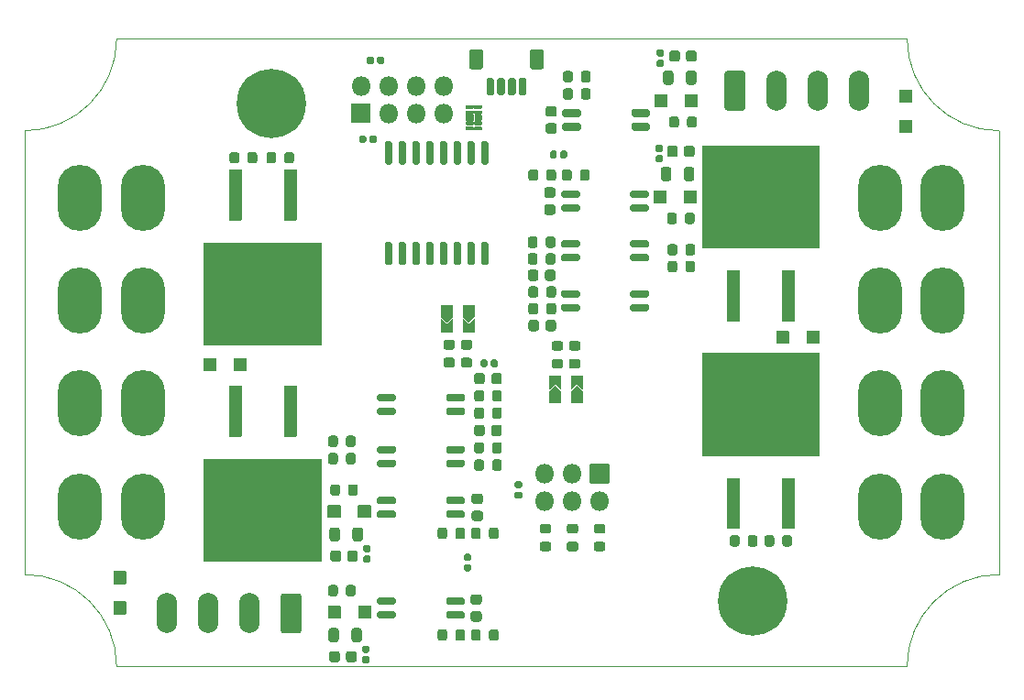
<source format=gbr>
%TF.GenerationSoftware,KiCad,Pcbnew,(5.1.8-0-10_14)*%
%TF.CreationDate,2020-11-30T14:10:51+01:00*%
%TF.ProjectId,FET_Multi,4645545f-4d75-46c7-9469-2e6b69636164,0.2.0*%
%TF.SameCoordinates,Original*%
%TF.FileFunction,Soldermask,Top*%
%TF.FilePolarity,Negative*%
%FSLAX46Y46*%
G04 Gerber Fmt 4.6, Leading zero omitted, Abs format (unit mm)*
G04 Created by KiCad (PCBNEW (5.1.8-0-10_14)) date 2020-11-30 14:10:51*
%MOMM*%
%LPD*%
G01*
G04 APERTURE LIST*
%TA.AperFunction,Profile*%
%ADD10C,0.050000*%
%TD*%
%ADD11O,4.100000X6.100000*%
%ADD12C,0.100000*%
%ADD13O,1.900000X3.700000*%
%ADD14O,1.800000X1.800000*%
%ADD15C,6.400000*%
G04 APERTURE END LIST*
D10*
X89000000Y-65500000D02*
X89000000Y-106500000D01*
X170500000Y-115000000D02*
G75*
G02*
X179000000Y-106500000I8500000J0D01*
G01*
X89000000Y-106500000D02*
G75*
G02*
X97500000Y-115000000I0J-8500000D01*
G01*
X179000000Y-65500000D02*
G75*
G02*
X170500000Y-57000000I0J8500000D01*
G01*
X97500000Y-57000000D02*
G75*
G02*
X89000000Y-65500000I-8500000J0D01*
G01*
X179000000Y-106500000D02*
X179000000Y-65500000D01*
X170500000Y-115000000D02*
X97500000Y-115000000D01*
X170500000Y-57000000D02*
X97500000Y-57000000D01*
D11*
%TO.C,J103*%
X168000000Y-71700000D03*
X168000000Y-81200000D03*
X168000000Y-90700000D03*
X168000000Y-100200000D03*
X173800000Y-71700000D03*
X173800000Y-81200000D03*
X173800000Y-90700000D03*
X173800000Y-100200000D03*
%TD*%
%TO.C,J102*%
X99900000Y-100200000D03*
X99900000Y-90700000D03*
X99900000Y-81200000D03*
X99900000Y-71700000D03*
X94100000Y-100200000D03*
X94100000Y-90700000D03*
X94100000Y-81200000D03*
X94100000Y-71700000D03*
%TD*%
%TO.C,U106*%
G36*
G01*
X129787500Y-63625000D02*
X130412500Y-63625000D01*
G75*
G02*
X130462500Y-63675000I0J-50000D01*
G01*
X130462500Y-63925000D01*
G75*
G02*
X130412500Y-63975000I-50000J0D01*
G01*
X129787500Y-63975000D01*
G75*
G02*
X129737500Y-63925000I0J50000D01*
G01*
X129737500Y-63675000D01*
G75*
G02*
X129787500Y-63625000I50000J0D01*
G01*
G37*
G36*
G01*
X129787500Y-64025000D02*
X130487500Y-64025000D01*
G75*
G02*
X130537500Y-64075000I0J-50000D01*
G01*
X130537500Y-64525000D01*
G75*
G02*
X130487500Y-64575000I-50000J0D01*
G01*
X129787500Y-64575000D01*
G75*
G02*
X129737500Y-64525000I0J50000D01*
G01*
X129737500Y-64075000D01*
G75*
G02*
X129787500Y-64025000I50000J0D01*
G01*
G37*
G36*
G01*
X129787500Y-63125000D02*
X130412500Y-63125000D01*
G75*
G02*
X130462500Y-63175000I0J-50000D01*
G01*
X130462500Y-63425000D01*
G75*
G02*
X130412500Y-63475000I-50000J0D01*
G01*
X129787500Y-63475000D01*
G75*
G02*
X129737500Y-63425000I0J50000D01*
G01*
X129737500Y-63175000D01*
G75*
G02*
X129787500Y-63125000I50000J0D01*
G01*
G37*
G36*
G01*
X129787500Y-64625000D02*
X130412500Y-64625000D01*
G75*
G02*
X130462500Y-64675000I0J-50000D01*
G01*
X130462500Y-64925000D01*
G75*
G02*
X130412500Y-64975000I-50000J0D01*
G01*
X129787500Y-64975000D01*
G75*
G02*
X129737500Y-64925000I0J50000D01*
G01*
X129737500Y-64675000D01*
G75*
G02*
X129787500Y-64625000I50000J0D01*
G01*
G37*
G36*
G01*
X130562500Y-63125000D02*
X131187500Y-63125000D01*
G75*
G02*
X131237500Y-63175000I0J-50000D01*
G01*
X131237500Y-63425000D01*
G75*
G02*
X131187500Y-63475000I-50000J0D01*
G01*
X130562500Y-63475000D01*
G75*
G02*
X130512500Y-63425000I0J50000D01*
G01*
X130512500Y-63175000D01*
G75*
G02*
X130562500Y-63125000I50000J0D01*
G01*
G37*
G36*
G01*
X130562500Y-63625000D02*
X131187500Y-63625000D01*
G75*
G02*
X131237500Y-63675000I0J-50000D01*
G01*
X131237500Y-63925000D01*
G75*
G02*
X131187500Y-63975000I-50000J0D01*
G01*
X130562500Y-63975000D01*
G75*
G02*
X130512500Y-63925000I0J50000D01*
G01*
X130512500Y-63675000D01*
G75*
G02*
X130562500Y-63625000I50000J0D01*
G01*
G37*
G36*
G01*
X129787500Y-65125000D02*
X130412500Y-65125000D01*
G75*
G02*
X130462500Y-65175000I0J-50000D01*
G01*
X130462500Y-65425000D01*
G75*
G02*
X130412500Y-65475000I-50000J0D01*
G01*
X129787500Y-65475000D01*
G75*
G02*
X129737500Y-65425000I0J50000D01*
G01*
X129737500Y-65175000D01*
G75*
G02*
X129787500Y-65125000I50000J0D01*
G01*
G37*
G36*
G01*
X130612500Y-64025000D02*
X131187500Y-64025000D01*
G75*
G02*
X131237500Y-64075000I0J-50000D01*
G01*
X131237500Y-64525000D01*
G75*
G02*
X131187500Y-64575000I-50000J0D01*
G01*
X130612500Y-64575000D01*
G75*
G02*
X130562500Y-64525000I0J50000D01*
G01*
X130562500Y-64075000D01*
G75*
G02*
X130612500Y-64025000I50000J0D01*
G01*
G37*
G36*
G01*
X130562500Y-65125000D02*
X131187500Y-65125000D01*
G75*
G02*
X131237500Y-65175000I0J-50000D01*
G01*
X131237500Y-65425000D01*
G75*
G02*
X131187500Y-65475000I-50000J0D01*
G01*
X130562500Y-65475000D01*
G75*
G02*
X130512500Y-65425000I0J50000D01*
G01*
X130512500Y-65175000D01*
G75*
G02*
X130562500Y-65125000I50000J0D01*
G01*
G37*
G36*
G01*
X130562500Y-64625000D02*
X131187500Y-64625000D01*
G75*
G02*
X131237500Y-64675000I0J-50000D01*
G01*
X131237500Y-64925000D01*
G75*
G02*
X131187500Y-64975000I-50000J0D01*
G01*
X130562500Y-64975000D01*
G75*
G02*
X130512500Y-64925000I0J50000D01*
G01*
X130512500Y-64675000D01*
G75*
G02*
X130562500Y-64625000I50000J0D01*
G01*
G37*
%TD*%
%TO.C,J104*%
G36*
G01*
X135650000Y-59579168D02*
X135650000Y-58220832D01*
G75*
G02*
X135920832Y-57950000I270832J0D01*
G01*
X136679168Y-57950000D01*
G75*
G02*
X136950000Y-58220832I0J-270832D01*
G01*
X136950000Y-59579168D01*
G75*
G02*
X136679168Y-59850000I-270832J0D01*
G01*
X135920832Y-59850000D01*
G75*
G02*
X135650000Y-59579168I0J270832D01*
G01*
G37*
G36*
G01*
X130050000Y-59579168D02*
X130050000Y-58220832D01*
G75*
G02*
X130320832Y-57950000I270832J0D01*
G01*
X131079168Y-57950000D01*
G75*
G02*
X131350000Y-58220832I0J-270832D01*
G01*
X131350000Y-59579168D01*
G75*
G02*
X131079168Y-59850000I-270832J0D01*
G01*
X130320832Y-59850000D01*
G75*
G02*
X130050000Y-59579168I0J270832D01*
G01*
G37*
G36*
G01*
X134650000Y-62075000D02*
X134650000Y-60775000D01*
G75*
G02*
X134825000Y-60600000I175000J0D01*
G01*
X135175000Y-60600000D01*
G75*
G02*
X135350000Y-60775000I0J-175000D01*
G01*
X135350000Y-62075000D01*
G75*
G02*
X135175000Y-62250000I-175000J0D01*
G01*
X134825000Y-62250000D01*
G75*
G02*
X134650000Y-62075000I0J175000D01*
G01*
G37*
G36*
G01*
X133650000Y-62075000D02*
X133650000Y-60775000D01*
G75*
G02*
X133825000Y-60600000I175000J0D01*
G01*
X134175000Y-60600000D01*
G75*
G02*
X134350000Y-60775000I0J-175000D01*
G01*
X134350000Y-62075000D01*
G75*
G02*
X134175000Y-62250000I-175000J0D01*
G01*
X133825000Y-62250000D01*
G75*
G02*
X133650000Y-62075000I0J175000D01*
G01*
G37*
G36*
G01*
X132650000Y-62075000D02*
X132650000Y-60775000D01*
G75*
G02*
X132825000Y-60600000I175000J0D01*
G01*
X133175000Y-60600000D01*
G75*
G02*
X133350000Y-60775000I0J-175000D01*
G01*
X133350000Y-62075000D01*
G75*
G02*
X133175000Y-62250000I-175000J0D01*
G01*
X132825000Y-62250000D01*
G75*
G02*
X132650000Y-62075000I0J175000D01*
G01*
G37*
G36*
G01*
X131650000Y-62075000D02*
X131650000Y-60775000D01*
G75*
G02*
X131825000Y-60600000I175000J0D01*
G01*
X132175000Y-60600000D01*
G75*
G02*
X132350000Y-60775000I0J-175000D01*
G01*
X132350000Y-62075000D01*
G75*
G02*
X132175000Y-62250000I-175000J0D01*
G01*
X131825000Y-62250000D01*
G75*
G02*
X131650000Y-62075000I0J175000D01*
G01*
G37*
%TD*%
%TO.C,U304*%
G36*
G01*
X140375000Y-64960000D02*
X140375000Y-65310000D01*
G75*
G02*
X140200000Y-65485000I-175000J0D01*
G01*
X138825000Y-65485000D01*
G75*
G02*
X138650000Y-65310000I0J175000D01*
G01*
X138650000Y-64960000D01*
G75*
G02*
X138825000Y-64785000I175000J0D01*
G01*
X140200000Y-64785000D01*
G75*
G02*
X140375000Y-64960000I0J-175000D01*
G01*
G37*
G36*
G01*
X140375000Y-63690000D02*
X140375000Y-64040000D01*
G75*
G02*
X140200000Y-64215000I-175000J0D01*
G01*
X138825000Y-64215000D01*
G75*
G02*
X138650000Y-64040000I0J175000D01*
G01*
X138650000Y-63690000D01*
G75*
G02*
X138825000Y-63515000I175000J0D01*
G01*
X140200000Y-63515000D01*
G75*
G02*
X140375000Y-63690000I0J-175000D01*
G01*
G37*
G36*
G01*
X146750000Y-63690000D02*
X146750000Y-64040000D01*
G75*
G02*
X146575000Y-64215000I-175000J0D01*
G01*
X145200000Y-64215000D01*
G75*
G02*
X145025000Y-64040000I0J175000D01*
G01*
X145025000Y-63690000D01*
G75*
G02*
X145200000Y-63515000I175000J0D01*
G01*
X146575000Y-63515000D01*
G75*
G02*
X146750000Y-63690000I0J-175000D01*
G01*
G37*
G36*
G01*
X146750000Y-64960000D02*
X146750000Y-65310000D01*
G75*
G02*
X146575000Y-65485000I-175000J0D01*
G01*
X145200000Y-65485000D01*
G75*
G02*
X145025000Y-65310000I0J175000D01*
G01*
X145025000Y-64960000D01*
G75*
G02*
X145200000Y-64785000I175000J0D01*
G01*
X146575000Y-64785000D01*
G75*
G02*
X146750000Y-64960000I0J-175000D01*
G01*
G37*
%TD*%
%TO.C,U303*%
G36*
G01*
X140275000Y-72460000D02*
X140275000Y-72810000D01*
G75*
G02*
X140100000Y-72985000I-175000J0D01*
G01*
X138725000Y-72985000D01*
G75*
G02*
X138550000Y-72810000I0J175000D01*
G01*
X138550000Y-72460000D01*
G75*
G02*
X138725000Y-72285000I175000J0D01*
G01*
X140100000Y-72285000D01*
G75*
G02*
X140275000Y-72460000I0J-175000D01*
G01*
G37*
G36*
G01*
X140275000Y-71190000D02*
X140275000Y-71540000D01*
G75*
G02*
X140100000Y-71715000I-175000J0D01*
G01*
X138725000Y-71715000D01*
G75*
G02*
X138550000Y-71540000I0J175000D01*
G01*
X138550000Y-71190000D01*
G75*
G02*
X138725000Y-71015000I175000J0D01*
G01*
X140100000Y-71015000D01*
G75*
G02*
X140275000Y-71190000I0J-175000D01*
G01*
G37*
G36*
G01*
X146650000Y-71190000D02*
X146650000Y-71540000D01*
G75*
G02*
X146475000Y-71715000I-175000J0D01*
G01*
X145100000Y-71715000D01*
G75*
G02*
X144925000Y-71540000I0J175000D01*
G01*
X144925000Y-71190000D01*
G75*
G02*
X145100000Y-71015000I175000J0D01*
G01*
X146475000Y-71015000D01*
G75*
G02*
X146650000Y-71190000I0J-175000D01*
G01*
G37*
G36*
G01*
X146650000Y-72460000D02*
X146650000Y-72810000D01*
G75*
G02*
X146475000Y-72985000I-175000J0D01*
G01*
X145100000Y-72985000D01*
G75*
G02*
X144925000Y-72810000I0J175000D01*
G01*
X144925000Y-72460000D01*
G75*
G02*
X145100000Y-72285000I175000J0D01*
G01*
X146475000Y-72285000D01*
G75*
G02*
X146650000Y-72460000I0J-175000D01*
G01*
G37*
%TD*%
%TO.C,U302*%
G36*
G01*
X127925000Y-109140000D02*
X127925000Y-108790000D01*
G75*
G02*
X128100000Y-108615000I175000J0D01*
G01*
X129475000Y-108615000D01*
G75*
G02*
X129650000Y-108790000I0J-175000D01*
G01*
X129650000Y-109140000D01*
G75*
G02*
X129475000Y-109315000I-175000J0D01*
G01*
X128100000Y-109315000D01*
G75*
G02*
X127925000Y-109140000I0J175000D01*
G01*
G37*
G36*
G01*
X127925000Y-110410000D02*
X127925000Y-110060000D01*
G75*
G02*
X128100000Y-109885000I175000J0D01*
G01*
X129475000Y-109885000D01*
G75*
G02*
X129650000Y-110060000I0J-175000D01*
G01*
X129650000Y-110410000D01*
G75*
G02*
X129475000Y-110585000I-175000J0D01*
G01*
X128100000Y-110585000D01*
G75*
G02*
X127925000Y-110410000I0J175000D01*
G01*
G37*
G36*
G01*
X121550000Y-110410000D02*
X121550000Y-110060000D01*
G75*
G02*
X121725000Y-109885000I175000J0D01*
G01*
X123100000Y-109885000D01*
G75*
G02*
X123275000Y-110060000I0J-175000D01*
G01*
X123275000Y-110410000D01*
G75*
G02*
X123100000Y-110585000I-175000J0D01*
G01*
X121725000Y-110585000D01*
G75*
G02*
X121550000Y-110410000I0J175000D01*
G01*
G37*
G36*
G01*
X121550000Y-109140000D02*
X121550000Y-108790000D01*
G75*
G02*
X121725000Y-108615000I175000J0D01*
G01*
X123100000Y-108615000D01*
G75*
G02*
X123275000Y-108790000I0J-175000D01*
G01*
X123275000Y-109140000D01*
G75*
G02*
X123100000Y-109315000I-175000J0D01*
G01*
X121725000Y-109315000D01*
G75*
G02*
X121550000Y-109140000I0J175000D01*
G01*
G37*
%TD*%
%TO.C,U301*%
G36*
G01*
X127925000Y-99850000D02*
X127925000Y-99500000D01*
G75*
G02*
X128100000Y-99325000I175000J0D01*
G01*
X129475000Y-99325000D01*
G75*
G02*
X129650000Y-99500000I0J-175000D01*
G01*
X129650000Y-99850000D01*
G75*
G02*
X129475000Y-100025000I-175000J0D01*
G01*
X128100000Y-100025000D01*
G75*
G02*
X127925000Y-99850000I0J175000D01*
G01*
G37*
G36*
G01*
X127925000Y-101120000D02*
X127925000Y-100770000D01*
G75*
G02*
X128100000Y-100595000I175000J0D01*
G01*
X129475000Y-100595000D01*
G75*
G02*
X129650000Y-100770000I0J-175000D01*
G01*
X129650000Y-101120000D01*
G75*
G02*
X129475000Y-101295000I-175000J0D01*
G01*
X128100000Y-101295000D01*
G75*
G02*
X127925000Y-101120000I0J175000D01*
G01*
G37*
G36*
G01*
X121550000Y-101120000D02*
X121550000Y-100770000D01*
G75*
G02*
X121725000Y-100595000I175000J0D01*
G01*
X123100000Y-100595000D01*
G75*
G02*
X123275000Y-100770000I0J-175000D01*
G01*
X123275000Y-101120000D01*
G75*
G02*
X123100000Y-101295000I-175000J0D01*
G01*
X121725000Y-101295000D01*
G75*
G02*
X121550000Y-101120000I0J175000D01*
G01*
G37*
G36*
G01*
X121550000Y-99850000D02*
X121550000Y-99500000D01*
G75*
G02*
X121725000Y-99325000I175000J0D01*
G01*
X123100000Y-99325000D01*
G75*
G02*
X123275000Y-99500000I0J-175000D01*
G01*
X123275000Y-99850000D01*
G75*
G02*
X123100000Y-100025000I-175000J0D01*
G01*
X121725000Y-100025000D01*
G75*
G02*
X121550000Y-99850000I0J175000D01*
G01*
G37*
%TD*%
%TO.C,R312*%
G36*
G01*
X139625000Y-60200000D02*
X139625000Y-60800000D01*
G75*
G02*
X139400000Y-61025000I-225000J0D01*
G01*
X138950000Y-61025000D01*
G75*
G02*
X138725000Y-60800000I0J225000D01*
G01*
X138725000Y-60200000D01*
G75*
G02*
X138950000Y-59975000I225000J0D01*
G01*
X139400000Y-59975000D01*
G75*
G02*
X139625000Y-60200000I0J-225000D01*
G01*
G37*
G36*
G01*
X141275000Y-60200000D02*
X141275000Y-60800000D01*
G75*
G02*
X141050000Y-61025000I-225000J0D01*
G01*
X140600000Y-61025000D01*
G75*
G02*
X140375000Y-60800000I0J225000D01*
G01*
X140375000Y-60200000D01*
G75*
G02*
X140600000Y-59975000I225000J0D01*
G01*
X141050000Y-59975000D01*
G75*
G02*
X141275000Y-60200000I0J-225000D01*
G01*
G37*
%TD*%
%TO.C,R311*%
G36*
G01*
X136425000Y-69300000D02*
X136425000Y-69900000D01*
G75*
G02*
X136200000Y-70125000I-225000J0D01*
G01*
X135750000Y-70125000D01*
G75*
G02*
X135525000Y-69900000I0J225000D01*
G01*
X135525000Y-69300000D01*
G75*
G02*
X135750000Y-69075000I225000J0D01*
G01*
X136200000Y-69075000D01*
G75*
G02*
X136425000Y-69300000I0J-225000D01*
G01*
G37*
G36*
G01*
X138075000Y-69300000D02*
X138075000Y-69900000D01*
G75*
G02*
X137850000Y-70125000I-225000J0D01*
G01*
X137400000Y-70125000D01*
G75*
G02*
X137175000Y-69900000I0J225000D01*
G01*
X137175000Y-69300000D01*
G75*
G02*
X137400000Y-69075000I225000J0D01*
G01*
X137850000Y-69075000D01*
G75*
G02*
X138075000Y-69300000I0J-225000D01*
G01*
G37*
%TD*%
%TO.C,R310*%
G36*
G01*
X139625000Y-61800000D02*
X139625000Y-62400000D01*
G75*
G02*
X139400000Y-62625000I-225000J0D01*
G01*
X138950000Y-62625000D01*
G75*
G02*
X138725000Y-62400000I0J225000D01*
G01*
X138725000Y-61800000D01*
G75*
G02*
X138950000Y-61575000I225000J0D01*
G01*
X139400000Y-61575000D01*
G75*
G02*
X139625000Y-61800000I0J-225000D01*
G01*
G37*
G36*
G01*
X141275000Y-61800000D02*
X141275000Y-62400000D01*
G75*
G02*
X141050000Y-62625000I-225000J0D01*
G01*
X140600000Y-62625000D01*
G75*
G02*
X140375000Y-62400000I0J225000D01*
G01*
X140375000Y-61800000D01*
G75*
G02*
X140600000Y-61575000I225000J0D01*
G01*
X141050000Y-61575000D01*
G75*
G02*
X141275000Y-61800000I0J-225000D01*
G01*
G37*
%TD*%
%TO.C,R309*%
G36*
G01*
X139525000Y-69300000D02*
X139525000Y-69900000D01*
G75*
G02*
X139300000Y-70125000I-225000J0D01*
G01*
X138850000Y-70125000D01*
G75*
G02*
X138625000Y-69900000I0J225000D01*
G01*
X138625000Y-69300000D01*
G75*
G02*
X138850000Y-69075000I225000J0D01*
G01*
X139300000Y-69075000D01*
G75*
G02*
X139525000Y-69300000I0J-225000D01*
G01*
G37*
G36*
G01*
X141175000Y-69300000D02*
X141175000Y-69900000D01*
G75*
G02*
X140950000Y-70125000I-225000J0D01*
G01*
X140500000Y-70125000D01*
G75*
G02*
X140275000Y-69900000I0J225000D01*
G01*
X140275000Y-69300000D01*
G75*
G02*
X140500000Y-69075000I225000J0D01*
G01*
X140950000Y-69075000D01*
G75*
G02*
X141175000Y-69300000I0J-225000D01*
G01*
G37*
%TD*%
%TO.C,R307*%
G36*
G01*
X131875000Y-112400000D02*
X131875000Y-111800000D01*
G75*
G02*
X132100000Y-111575000I225000J0D01*
G01*
X132550000Y-111575000D01*
G75*
G02*
X132775000Y-111800000I0J-225000D01*
G01*
X132775000Y-112400000D01*
G75*
G02*
X132550000Y-112625000I-225000J0D01*
G01*
X132100000Y-112625000D01*
G75*
G02*
X131875000Y-112400000I0J225000D01*
G01*
G37*
G36*
G01*
X130225000Y-112400000D02*
X130225000Y-111800000D01*
G75*
G02*
X130450000Y-111575000I225000J0D01*
G01*
X130900000Y-111575000D01*
G75*
G02*
X131125000Y-111800000I0J-225000D01*
G01*
X131125000Y-112400000D01*
G75*
G02*
X130900000Y-112625000I-225000J0D01*
G01*
X130450000Y-112625000D01*
G75*
G02*
X130225000Y-112400000I0J225000D01*
G01*
G37*
%TD*%
%TO.C,R305*%
G36*
G01*
X131875000Y-103000000D02*
X131875000Y-102400000D01*
G75*
G02*
X132100000Y-102175000I225000J0D01*
G01*
X132550000Y-102175000D01*
G75*
G02*
X132775000Y-102400000I0J-225000D01*
G01*
X132775000Y-103000000D01*
G75*
G02*
X132550000Y-103225000I-225000J0D01*
G01*
X132100000Y-103225000D01*
G75*
G02*
X131875000Y-103000000I0J225000D01*
G01*
G37*
G36*
G01*
X130225000Y-103000000D02*
X130225000Y-102400000D01*
G75*
G02*
X130450000Y-102175000I225000J0D01*
G01*
X130900000Y-102175000D01*
G75*
G02*
X131125000Y-102400000I0J-225000D01*
G01*
X131125000Y-103000000D01*
G75*
G02*
X130900000Y-103225000I-225000J0D01*
G01*
X130450000Y-103225000D01*
G75*
G02*
X130225000Y-103000000I0J225000D01*
G01*
G37*
%TD*%
%TO.C,R303*%
G36*
G01*
X128775000Y-112400000D02*
X128775000Y-111800000D01*
G75*
G02*
X129000000Y-111575000I225000J0D01*
G01*
X129450000Y-111575000D01*
G75*
G02*
X129675000Y-111800000I0J-225000D01*
G01*
X129675000Y-112400000D01*
G75*
G02*
X129450000Y-112625000I-225000J0D01*
G01*
X129000000Y-112625000D01*
G75*
G02*
X128775000Y-112400000I0J225000D01*
G01*
G37*
G36*
G01*
X127125000Y-112400000D02*
X127125000Y-111800000D01*
G75*
G02*
X127350000Y-111575000I225000J0D01*
G01*
X127800000Y-111575000D01*
G75*
G02*
X128025000Y-111800000I0J-225000D01*
G01*
X128025000Y-112400000D01*
G75*
G02*
X127800000Y-112625000I-225000J0D01*
G01*
X127350000Y-112625000D01*
G75*
G02*
X127125000Y-112400000I0J225000D01*
G01*
G37*
%TD*%
%TO.C,R301*%
G36*
G01*
X128775000Y-103000000D02*
X128775000Y-102400000D01*
G75*
G02*
X129000000Y-102175000I225000J0D01*
G01*
X129450000Y-102175000D01*
G75*
G02*
X129675000Y-102400000I0J-225000D01*
G01*
X129675000Y-103000000D01*
G75*
G02*
X129450000Y-103225000I-225000J0D01*
G01*
X129000000Y-103225000D01*
G75*
G02*
X128775000Y-103000000I0J225000D01*
G01*
G37*
G36*
G01*
X127125000Y-103000000D02*
X127125000Y-102400000D01*
G75*
G02*
X127350000Y-102175000I225000J0D01*
G01*
X127800000Y-102175000D01*
G75*
G02*
X128025000Y-102400000I0J-225000D01*
G01*
X128025000Y-103000000D01*
G75*
G02*
X127800000Y-103225000I-225000J0D01*
G01*
X127350000Y-103225000D01*
G75*
G02*
X127125000Y-103000000I0J225000D01*
G01*
G37*
%TD*%
%TO.C,D307*%
G36*
G01*
X137906250Y-64200000D02*
X137343750Y-64200000D01*
G75*
G02*
X137100000Y-63956250I0J243750D01*
G01*
X137100000Y-63468750D01*
G75*
G02*
X137343750Y-63225000I243750J0D01*
G01*
X137906250Y-63225000D01*
G75*
G02*
X138150000Y-63468750I0J-243750D01*
G01*
X138150000Y-63956250D01*
G75*
G02*
X137906250Y-64200000I-243750J0D01*
G01*
G37*
G36*
G01*
X137906250Y-65775000D02*
X137343750Y-65775000D01*
G75*
G02*
X137100000Y-65531250I0J243750D01*
G01*
X137100000Y-65043750D01*
G75*
G02*
X137343750Y-64800000I243750J0D01*
G01*
X137906250Y-64800000D01*
G75*
G02*
X138150000Y-65043750I0J-243750D01*
G01*
X138150000Y-65531250D01*
G75*
G02*
X137906250Y-65775000I-243750J0D01*
G01*
G37*
%TD*%
%TO.C,D305*%
G36*
G01*
X137781250Y-71700000D02*
X137218750Y-71700000D01*
G75*
G02*
X136975000Y-71456250I0J243750D01*
G01*
X136975000Y-70968750D01*
G75*
G02*
X137218750Y-70725000I243750J0D01*
G01*
X137781250Y-70725000D01*
G75*
G02*
X138025000Y-70968750I0J-243750D01*
G01*
X138025000Y-71456250D01*
G75*
G02*
X137781250Y-71700000I-243750J0D01*
G01*
G37*
G36*
G01*
X137781250Y-73275000D02*
X137218750Y-73275000D01*
G75*
G02*
X136975000Y-73031250I0J243750D01*
G01*
X136975000Y-72543750D01*
G75*
G02*
X137218750Y-72300000I243750J0D01*
G01*
X137781250Y-72300000D01*
G75*
G02*
X138025000Y-72543750I0J-243750D01*
G01*
X138025000Y-73031250D01*
G75*
G02*
X137781250Y-73275000I-243750J0D01*
G01*
G37*
%TD*%
%TO.C,D303*%
G36*
G01*
X130418750Y-109900000D02*
X130981250Y-109900000D01*
G75*
G02*
X131225000Y-110143750I0J-243750D01*
G01*
X131225000Y-110631250D01*
G75*
G02*
X130981250Y-110875000I-243750J0D01*
G01*
X130418750Y-110875000D01*
G75*
G02*
X130175000Y-110631250I0J243750D01*
G01*
X130175000Y-110143750D01*
G75*
G02*
X130418750Y-109900000I243750J0D01*
G01*
G37*
G36*
G01*
X130418750Y-108325000D02*
X130981250Y-108325000D01*
G75*
G02*
X131225000Y-108568750I0J-243750D01*
G01*
X131225000Y-109056250D01*
G75*
G02*
X130981250Y-109300000I-243750J0D01*
G01*
X130418750Y-109300000D01*
G75*
G02*
X130175000Y-109056250I0J243750D01*
G01*
X130175000Y-108568750D01*
G75*
G02*
X130418750Y-108325000I243750J0D01*
G01*
G37*
%TD*%
%TO.C,C1006*%
G36*
G01*
X138450000Y-67895000D02*
X138450000Y-67505000D01*
G75*
G02*
X138615000Y-67340000I165000J0D01*
G01*
X138945000Y-67340000D01*
G75*
G02*
X139110000Y-67505000I0J-165000D01*
G01*
X139110000Y-67895000D01*
G75*
G02*
X138945000Y-68060000I-165000J0D01*
G01*
X138615000Y-68060000D01*
G75*
G02*
X138450000Y-67895000I0J165000D01*
G01*
G37*
G36*
G01*
X137490000Y-67895000D02*
X137490000Y-67505000D01*
G75*
G02*
X137655000Y-67340000I165000J0D01*
G01*
X137985000Y-67340000D01*
G75*
G02*
X138150000Y-67505000I0J-165000D01*
G01*
X138150000Y-67895000D01*
G75*
G02*
X137985000Y-68060000I-165000J0D01*
G01*
X137655000Y-68060000D01*
G75*
G02*
X137490000Y-67895000I0J165000D01*
G01*
G37*
%TD*%
%TO.C,C1005*%
G36*
G01*
X120850000Y-66495000D02*
X120850000Y-66105000D01*
G75*
G02*
X121015000Y-65940000I165000J0D01*
G01*
X121345000Y-65940000D01*
G75*
G02*
X121510000Y-66105000I0J-165000D01*
G01*
X121510000Y-66495000D01*
G75*
G02*
X121345000Y-66660000I-165000J0D01*
G01*
X121015000Y-66660000D01*
G75*
G02*
X120850000Y-66495000I0J165000D01*
G01*
G37*
G36*
G01*
X119890000Y-66495000D02*
X119890000Y-66105000D01*
G75*
G02*
X120055000Y-65940000I165000J0D01*
G01*
X120385000Y-65940000D01*
G75*
G02*
X120550000Y-66105000I0J-165000D01*
G01*
X120550000Y-66495000D01*
G75*
G02*
X120385000Y-66660000I-165000J0D01*
G01*
X120055000Y-66660000D01*
G75*
G02*
X119890000Y-66495000I0J165000D01*
G01*
G37*
%TD*%
%TO.C,C1004*%
G36*
G01*
X121550000Y-59195000D02*
X121550000Y-58805000D01*
G75*
G02*
X121715000Y-58640000I165000J0D01*
G01*
X122045000Y-58640000D01*
G75*
G02*
X122210000Y-58805000I0J-165000D01*
G01*
X122210000Y-59195000D01*
G75*
G02*
X122045000Y-59360000I-165000J0D01*
G01*
X121715000Y-59360000D01*
G75*
G02*
X121550000Y-59195000I0J165000D01*
G01*
G37*
G36*
G01*
X120590000Y-59195000D02*
X120590000Y-58805000D01*
G75*
G02*
X120755000Y-58640000I165000J0D01*
G01*
X121085000Y-58640000D01*
G75*
G02*
X121250000Y-58805000I0J-165000D01*
G01*
X121250000Y-59195000D01*
G75*
G02*
X121085000Y-59360000I-165000J0D01*
G01*
X120755000Y-59360000D01*
G75*
G02*
X120590000Y-59195000I0J165000D01*
G01*
G37*
%TD*%
%TO.C,C1003*%
G36*
G01*
X134405000Y-98850000D02*
X134795000Y-98850000D01*
G75*
G02*
X134960000Y-99015000I0J-165000D01*
G01*
X134960000Y-99345000D01*
G75*
G02*
X134795000Y-99510000I-165000J0D01*
G01*
X134405000Y-99510000D01*
G75*
G02*
X134240000Y-99345000I0J165000D01*
G01*
X134240000Y-99015000D01*
G75*
G02*
X134405000Y-98850000I165000J0D01*
G01*
G37*
G36*
G01*
X134405000Y-97890000D02*
X134795000Y-97890000D01*
G75*
G02*
X134960000Y-98055000I0J-165000D01*
G01*
X134960000Y-98385000D01*
G75*
G02*
X134795000Y-98550000I-165000J0D01*
G01*
X134405000Y-98550000D01*
G75*
G02*
X134240000Y-98385000I0J165000D01*
G01*
X134240000Y-98055000D01*
G75*
G02*
X134405000Y-97890000I165000J0D01*
G01*
G37*
%TD*%
%TO.C,C1002*%
G36*
G01*
X132050000Y-87195000D02*
X132050000Y-86805000D01*
G75*
G02*
X132215000Y-86640000I165000J0D01*
G01*
X132545000Y-86640000D01*
G75*
G02*
X132710000Y-86805000I0J-165000D01*
G01*
X132710000Y-87195000D01*
G75*
G02*
X132545000Y-87360000I-165000J0D01*
G01*
X132215000Y-87360000D01*
G75*
G02*
X132050000Y-87195000I0J165000D01*
G01*
G37*
G36*
G01*
X131090000Y-87195000D02*
X131090000Y-86805000D01*
G75*
G02*
X131255000Y-86640000I165000J0D01*
G01*
X131585000Y-86640000D01*
G75*
G02*
X131750000Y-86805000I0J-165000D01*
G01*
X131750000Y-87195000D01*
G75*
G02*
X131585000Y-87360000I-165000J0D01*
G01*
X131255000Y-87360000D01*
G75*
G02*
X131090000Y-87195000I0J165000D01*
G01*
G37*
%TD*%
%TO.C,C1001*%
G36*
G01*
X130095000Y-105250000D02*
X129705000Y-105250000D01*
G75*
G02*
X129540000Y-105085000I0J165000D01*
G01*
X129540000Y-104755000D01*
G75*
G02*
X129705000Y-104590000I165000J0D01*
G01*
X130095000Y-104590000D01*
G75*
G02*
X130260000Y-104755000I0J-165000D01*
G01*
X130260000Y-105085000D01*
G75*
G02*
X130095000Y-105250000I-165000J0D01*
G01*
G37*
G36*
G01*
X130095000Y-106210000D02*
X129705000Y-106210000D01*
G75*
G02*
X129540000Y-106045000I0J165000D01*
G01*
X129540000Y-105715000D01*
G75*
G02*
X129705000Y-105550000I165000J0D01*
G01*
X130095000Y-105550000D01*
G75*
G02*
X130260000Y-105715000I0J-165000D01*
G01*
X130260000Y-106045000D01*
G75*
G02*
X130095000Y-106210000I-165000J0D01*
G01*
G37*
%TD*%
D12*
%TO.C,J109*%
G36*
X139450961Y-88190245D02*
G01*
X139453806Y-88180866D01*
X139458427Y-88172221D01*
X139464645Y-88164645D01*
X139472221Y-88158427D01*
X139480866Y-88153806D01*
X139490245Y-88150961D01*
X139500000Y-88150000D01*
X140500000Y-88150000D01*
X140509755Y-88150961D01*
X140519134Y-88153806D01*
X140527779Y-88158427D01*
X140535355Y-88164645D01*
X140541573Y-88172221D01*
X140546194Y-88180866D01*
X140549039Y-88190245D01*
X140550000Y-88200000D01*
X140550000Y-89350000D01*
X140549039Y-89359755D01*
X140546194Y-89369134D01*
X140541573Y-89377779D01*
X140535355Y-89385355D01*
X140527779Y-89391573D01*
X140519134Y-89396194D01*
X140509755Y-89399039D01*
X140500000Y-89400000D01*
X140490245Y-89399039D01*
X140480866Y-89396194D01*
X140472221Y-89391573D01*
X140464645Y-89385355D01*
X140000000Y-88920710D01*
X139535355Y-89385355D01*
X139527779Y-89391573D01*
X139519134Y-89396194D01*
X139509755Y-89399039D01*
X139500000Y-89400000D01*
X139490245Y-89399039D01*
X139480866Y-89396194D01*
X139472221Y-89391573D01*
X139464645Y-89385355D01*
X139458427Y-89377779D01*
X139453806Y-89369134D01*
X139450961Y-89359755D01*
X139450000Y-89350000D01*
X139450000Y-88200000D01*
X139450961Y-88190245D01*
G37*
G36*
X139450961Y-89615245D02*
G01*
X139453806Y-89605866D01*
X139458427Y-89597221D01*
X139464645Y-89589645D01*
X139964645Y-89089645D01*
X139972221Y-89083427D01*
X139980866Y-89078806D01*
X139990245Y-89075961D01*
X140000000Y-89075000D01*
X140009755Y-89075961D01*
X140019134Y-89078806D01*
X140027779Y-89083427D01*
X140035355Y-89089645D01*
X140535355Y-89589645D01*
X140541573Y-89597221D01*
X140546194Y-89605866D01*
X140549039Y-89615245D01*
X140550000Y-89625000D01*
X140550000Y-90625000D01*
X140549039Y-90634755D01*
X140546194Y-90644134D01*
X140541573Y-90652779D01*
X140535355Y-90660355D01*
X140527779Y-90666573D01*
X140519134Y-90671194D01*
X140509755Y-90674039D01*
X140500000Y-90675000D01*
X139500000Y-90675000D01*
X139490245Y-90674039D01*
X139480866Y-90671194D01*
X139472221Y-90666573D01*
X139464645Y-90660355D01*
X139458427Y-90652779D01*
X139453806Y-90644134D01*
X139450961Y-90634755D01*
X139450000Y-90625000D01*
X139450000Y-89625000D01*
X139450961Y-89615245D01*
G37*
%TD*%
%TO.C,J110*%
G36*
X137450961Y-88190245D02*
G01*
X137453806Y-88180866D01*
X137458427Y-88172221D01*
X137464645Y-88164645D01*
X137472221Y-88158427D01*
X137480866Y-88153806D01*
X137490245Y-88150961D01*
X137500000Y-88150000D01*
X138500000Y-88150000D01*
X138509755Y-88150961D01*
X138519134Y-88153806D01*
X138527779Y-88158427D01*
X138535355Y-88164645D01*
X138541573Y-88172221D01*
X138546194Y-88180866D01*
X138549039Y-88190245D01*
X138550000Y-88200000D01*
X138550000Y-89350000D01*
X138549039Y-89359755D01*
X138546194Y-89369134D01*
X138541573Y-89377779D01*
X138535355Y-89385355D01*
X138527779Y-89391573D01*
X138519134Y-89396194D01*
X138509755Y-89399039D01*
X138500000Y-89400000D01*
X138490245Y-89399039D01*
X138480866Y-89396194D01*
X138472221Y-89391573D01*
X138464645Y-89385355D01*
X138000000Y-88920710D01*
X137535355Y-89385355D01*
X137527779Y-89391573D01*
X137519134Y-89396194D01*
X137509755Y-89399039D01*
X137500000Y-89400000D01*
X137490245Y-89399039D01*
X137480866Y-89396194D01*
X137472221Y-89391573D01*
X137464645Y-89385355D01*
X137458427Y-89377779D01*
X137453806Y-89369134D01*
X137450961Y-89359755D01*
X137450000Y-89350000D01*
X137450000Y-88200000D01*
X137450961Y-88190245D01*
G37*
G36*
X137450961Y-89615245D02*
G01*
X137453806Y-89605866D01*
X137458427Y-89597221D01*
X137464645Y-89589645D01*
X137964645Y-89089645D01*
X137972221Y-89083427D01*
X137980866Y-89078806D01*
X137990245Y-89075961D01*
X138000000Y-89075000D01*
X138009755Y-89075961D01*
X138019134Y-89078806D01*
X138027779Y-89083427D01*
X138035355Y-89089645D01*
X138535355Y-89589645D01*
X138541573Y-89597221D01*
X138546194Y-89605866D01*
X138549039Y-89615245D01*
X138550000Y-89625000D01*
X138550000Y-90625000D01*
X138549039Y-90634755D01*
X138546194Y-90644134D01*
X138541573Y-90652779D01*
X138535355Y-90660355D01*
X138527779Y-90666573D01*
X138519134Y-90671194D01*
X138509755Y-90674039D01*
X138500000Y-90675000D01*
X137500000Y-90675000D01*
X137490245Y-90674039D01*
X137480866Y-90671194D01*
X137472221Y-90666573D01*
X137464645Y-90660355D01*
X137458427Y-90652779D01*
X137453806Y-90644134D01*
X137450961Y-90634755D01*
X137450000Y-90625000D01*
X137450000Y-89625000D01*
X137450961Y-89615245D01*
G37*
%TD*%
%TO.C,J108*%
G36*
X128549039Y-84109755D02*
G01*
X128546194Y-84119134D01*
X128541573Y-84127779D01*
X128535355Y-84135355D01*
X128527779Y-84141573D01*
X128519134Y-84146194D01*
X128509755Y-84149039D01*
X128500000Y-84150000D01*
X127500000Y-84150000D01*
X127490245Y-84149039D01*
X127480866Y-84146194D01*
X127472221Y-84141573D01*
X127464645Y-84135355D01*
X127458427Y-84127779D01*
X127453806Y-84119134D01*
X127450961Y-84109755D01*
X127450000Y-84100000D01*
X127450000Y-82950000D01*
X127450961Y-82940245D01*
X127453806Y-82930866D01*
X127458427Y-82922221D01*
X127464645Y-82914645D01*
X127472221Y-82908427D01*
X127480866Y-82903806D01*
X127490245Y-82900961D01*
X127500000Y-82900000D01*
X127509755Y-82900961D01*
X127519134Y-82903806D01*
X127527779Y-82908427D01*
X127535355Y-82914645D01*
X128000000Y-83379290D01*
X128464645Y-82914645D01*
X128472221Y-82908427D01*
X128480866Y-82903806D01*
X128490245Y-82900961D01*
X128500000Y-82900000D01*
X128509755Y-82900961D01*
X128519134Y-82903806D01*
X128527779Y-82908427D01*
X128535355Y-82914645D01*
X128541573Y-82922221D01*
X128546194Y-82930866D01*
X128549039Y-82940245D01*
X128550000Y-82950000D01*
X128550000Y-84100000D01*
X128549039Y-84109755D01*
G37*
G36*
X128549039Y-82684755D02*
G01*
X128546194Y-82694134D01*
X128541573Y-82702779D01*
X128535355Y-82710355D01*
X128035355Y-83210355D01*
X128027779Y-83216573D01*
X128019134Y-83221194D01*
X128009755Y-83224039D01*
X128000000Y-83225000D01*
X127990245Y-83224039D01*
X127980866Y-83221194D01*
X127972221Y-83216573D01*
X127964645Y-83210355D01*
X127464645Y-82710355D01*
X127458427Y-82702779D01*
X127453806Y-82694134D01*
X127450961Y-82684755D01*
X127450000Y-82675000D01*
X127450000Y-81675000D01*
X127450961Y-81665245D01*
X127453806Y-81655866D01*
X127458427Y-81647221D01*
X127464645Y-81639645D01*
X127472221Y-81633427D01*
X127480866Y-81628806D01*
X127490245Y-81625961D01*
X127500000Y-81625000D01*
X128500000Y-81625000D01*
X128509755Y-81625961D01*
X128519134Y-81628806D01*
X128527779Y-81633427D01*
X128535355Y-81639645D01*
X128541573Y-81647221D01*
X128546194Y-81655866D01*
X128549039Y-81665245D01*
X128550000Y-81675000D01*
X128550000Y-82675000D01*
X128549039Y-82684755D01*
G37*
%TD*%
%TO.C,J107*%
G36*
X130549039Y-84109755D02*
G01*
X130546194Y-84119134D01*
X130541573Y-84127779D01*
X130535355Y-84135355D01*
X130527779Y-84141573D01*
X130519134Y-84146194D01*
X130509755Y-84149039D01*
X130500000Y-84150000D01*
X129500000Y-84150000D01*
X129490245Y-84149039D01*
X129480866Y-84146194D01*
X129472221Y-84141573D01*
X129464645Y-84135355D01*
X129458427Y-84127779D01*
X129453806Y-84119134D01*
X129450961Y-84109755D01*
X129450000Y-84100000D01*
X129450000Y-82950000D01*
X129450961Y-82940245D01*
X129453806Y-82930866D01*
X129458427Y-82922221D01*
X129464645Y-82914645D01*
X129472221Y-82908427D01*
X129480866Y-82903806D01*
X129490245Y-82900961D01*
X129500000Y-82900000D01*
X129509755Y-82900961D01*
X129519134Y-82903806D01*
X129527779Y-82908427D01*
X129535355Y-82914645D01*
X130000000Y-83379290D01*
X130464645Y-82914645D01*
X130472221Y-82908427D01*
X130480866Y-82903806D01*
X130490245Y-82900961D01*
X130500000Y-82900000D01*
X130509755Y-82900961D01*
X130519134Y-82903806D01*
X130527779Y-82908427D01*
X130535355Y-82914645D01*
X130541573Y-82922221D01*
X130546194Y-82930866D01*
X130549039Y-82940245D01*
X130550000Y-82950000D01*
X130550000Y-84100000D01*
X130549039Y-84109755D01*
G37*
G36*
X130549039Y-82684755D02*
G01*
X130546194Y-82694134D01*
X130541573Y-82702779D01*
X130535355Y-82710355D01*
X130035355Y-83210355D01*
X130027779Y-83216573D01*
X130019134Y-83221194D01*
X130009755Y-83224039D01*
X130000000Y-83225000D01*
X129990245Y-83224039D01*
X129980866Y-83221194D01*
X129972221Y-83216573D01*
X129964645Y-83210355D01*
X129464645Y-82710355D01*
X129458427Y-82702779D01*
X129453806Y-82694134D01*
X129450961Y-82684755D01*
X129450000Y-82675000D01*
X129450000Y-81675000D01*
X129450961Y-81665245D01*
X129453806Y-81655866D01*
X129458427Y-81647221D01*
X129464645Y-81639645D01*
X129472221Y-81633427D01*
X129480866Y-81628806D01*
X129490245Y-81625961D01*
X129500000Y-81625000D01*
X130500000Y-81625000D01*
X130509755Y-81625961D01*
X130519134Y-81628806D01*
X130527779Y-81633427D01*
X130535355Y-81639645D01*
X130541573Y-81647221D01*
X130546194Y-81655866D01*
X130549039Y-81665245D01*
X130550000Y-81675000D01*
X130550000Y-82675000D01*
X130549039Y-82684755D01*
G37*
%TD*%
%TO.C,R121*%
G36*
G01*
X127900000Y-86475000D02*
X128500000Y-86475000D01*
G75*
G02*
X128725000Y-86700000I0J-225000D01*
G01*
X128725000Y-87150000D01*
G75*
G02*
X128500000Y-87375000I-225000J0D01*
G01*
X127900000Y-87375000D01*
G75*
G02*
X127675000Y-87150000I0J225000D01*
G01*
X127675000Y-86700000D01*
G75*
G02*
X127900000Y-86475000I225000J0D01*
G01*
G37*
G36*
G01*
X127900000Y-84825000D02*
X128500000Y-84825000D01*
G75*
G02*
X128725000Y-85050000I0J-225000D01*
G01*
X128725000Y-85500000D01*
G75*
G02*
X128500000Y-85725000I-225000J0D01*
G01*
X127900000Y-85725000D01*
G75*
G02*
X127675000Y-85500000I0J225000D01*
G01*
X127675000Y-85050000D01*
G75*
G02*
X127900000Y-84825000I225000J0D01*
G01*
G37*
%TD*%
%TO.C,R120*%
G36*
G01*
X129500000Y-86475000D02*
X130100000Y-86475000D01*
G75*
G02*
X130325000Y-86700000I0J-225000D01*
G01*
X130325000Y-87150000D01*
G75*
G02*
X130100000Y-87375000I-225000J0D01*
G01*
X129500000Y-87375000D01*
G75*
G02*
X129275000Y-87150000I0J225000D01*
G01*
X129275000Y-86700000D01*
G75*
G02*
X129500000Y-86475000I225000J0D01*
G01*
G37*
G36*
G01*
X129500000Y-84825000D02*
X130100000Y-84825000D01*
G75*
G02*
X130325000Y-85050000I0J-225000D01*
G01*
X130325000Y-85500000D01*
G75*
G02*
X130100000Y-85725000I-225000J0D01*
G01*
X129500000Y-85725000D01*
G75*
G02*
X129275000Y-85500000I0J225000D01*
G01*
X129275000Y-85050000D01*
G75*
G02*
X129500000Y-84825000I225000J0D01*
G01*
G37*
%TD*%
D13*
%TO.C,J303*%
X166030000Y-61800000D03*
X162220000Y-61800000D03*
X158410000Y-61800000D03*
G36*
G01*
X153650000Y-63386112D02*
X153650000Y-60213888D01*
G75*
G02*
X153913888Y-59950000I263888J0D01*
G01*
X155286112Y-59950000D01*
G75*
G02*
X155550000Y-60213888I0J-263888D01*
G01*
X155550000Y-63386112D01*
G75*
G02*
X155286112Y-63650000I-263888J0D01*
G01*
X153913888Y-63650000D01*
G75*
G02*
X153650000Y-63386112I0J263888D01*
G01*
G37*
%TD*%
%TO.C,J302*%
X102170000Y-110100000D03*
X105980000Y-110100000D03*
X109790000Y-110100000D03*
G36*
G01*
X114550000Y-108513888D02*
X114550000Y-111686112D01*
G75*
G02*
X114286112Y-111950000I-263888J0D01*
G01*
X112913888Y-111950000D01*
G75*
G02*
X112650000Y-111686112I0J263888D01*
G01*
X112650000Y-108513888D01*
G75*
G02*
X112913888Y-108250000I263888J0D01*
G01*
X114286112Y-108250000D01*
G75*
G02*
X114550000Y-108513888I0J-263888D01*
G01*
G37*
%TD*%
%TO.C,R308*%
G36*
G01*
X149225000Y-73300000D02*
X149225000Y-73900000D01*
G75*
G02*
X149000000Y-74125000I-225000J0D01*
G01*
X148550000Y-74125000D01*
G75*
G02*
X148325000Y-73900000I0J225000D01*
G01*
X148325000Y-73300000D01*
G75*
G02*
X148550000Y-73075000I225000J0D01*
G01*
X149000000Y-73075000D01*
G75*
G02*
X149225000Y-73300000I0J-225000D01*
G01*
G37*
G36*
G01*
X150875000Y-73300000D02*
X150875000Y-73900000D01*
G75*
G02*
X150650000Y-74125000I-225000J0D01*
G01*
X150200000Y-74125000D01*
G75*
G02*
X149975000Y-73900000I0J225000D01*
G01*
X149975000Y-73300000D01*
G75*
G02*
X150200000Y-73075000I225000J0D01*
G01*
X150650000Y-73075000D01*
G75*
G02*
X150875000Y-73300000I0J-225000D01*
G01*
G37*
%TD*%
%TO.C,FB304*%
G36*
G01*
X148725000Y-69093750D02*
X148725000Y-69906250D01*
G75*
G02*
X148481250Y-70150000I-243750J0D01*
G01*
X147993750Y-70150000D01*
G75*
G02*
X147750000Y-69906250I0J243750D01*
G01*
X147750000Y-69093750D01*
G75*
G02*
X147993750Y-68850000I243750J0D01*
G01*
X148481250Y-68850000D01*
G75*
G02*
X148725000Y-69093750I0J-243750D01*
G01*
G37*
G36*
G01*
X150850000Y-69093750D02*
X150850000Y-69906250D01*
G75*
G02*
X150606250Y-70150000I-243750J0D01*
G01*
X150118750Y-70150000D01*
G75*
G02*
X149875000Y-69906250I0J243750D01*
G01*
X149875000Y-69093750D01*
G75*
G02*
X150118750Y-68850000I243750J0D01*
G01*
X150606250Y-68850000D01*
G75*
G02*
X150850000Y-69093750I0J-243750D01*
G01*
G37*
%TD*%
%TO.C,D308*%
G36*
G01*
X148300000Y-71050000D02*
X148300000Y-72150000D01*
G75*
G02*
X148250000Y-72200000I-50000J0D01*
G01*
X147150000Y-72200000D01*
G75*
G02*
X147100000Y-72150000I0J50000D01*
G01*
X147100000Y-71050000D01*
G75*
G02*
X147150000Y-71000000I50000J0D01*
G01*
X148250000Y-71000000D01*
G75*
G02*
X148300000Y-71050000I0J-50000D01*
G01*
G37*
G36*
G01*
X151100000Y-71050000D02*
X151100000Y-72150000D01*
G75*
G02*
X151050000Y-72200000I-50000J0D01*
G01*
X149950000Y-72200000D01*
G75*
G02*
X149900000Y-72150000I0J50000D01*
G01*
X149900000Y-71050000D01*
G75*
G02*
X149950000Y-71000000I50000J0D01*
G01*
X151050000Y-71000000D01*
G75*
G02*
X151100000Y-71050000I0J-50000D01*
G01*
G37*
%TD*%
%TO.C,C308*%
G36*
G01*
X149325000Y-67125000D02*
X149325000Y-67675000D01*
G75*
G02*
X149075000Y-67925000I-250000J0D01*
G01*
X148575000Y-67925000D01*
G75*
G02*
X148325000Y-67675000I0J250000D01*
G01*
X148325000Y-67125000D01*
G75*
G02*
X148575000Y-66875000I250000J0D01*
G01*
X149075000Y-66875000D01*
G75*
G02*
X149325000Y-67125000I0J-250000D01*
G01*
G37*
G36*
G01*
X150875000Y-67125000D02*
X150875000Y-67675000D01*
G75*
G02*
X150625000Y-67925000I-250000J0D01*
G01*
X150125000Y-67925000D01*
G75*
G02*
X149875000Y-67675000I0J250000D01*
G01*
X149875000Y-67125000D01*
G75*
G02*
X150125000Y-66875000I250000J0D01*
G01*
X150625000Y-66875000D01*
G75*
G02*
X150875000Y-67125000I0J-250000D01*
G01*
G37*
%TD*%
%TO.C,C307*%
G36*
G01*
X147795000Y-67450000D02*
X147405000Y-67450000D01*
G75*
G02*
X147240000Y-67285000I0J165000D01*
G01*
X147240000Y-66955000D01*
G75*
G02*
X147405000Y-66790000I165000J0D01*
G01*
X147795000Y-66790000D01*
G75*
G02*
X147960000Y-66955000I0J-165000D01*
G01*
X147960000Y-67285000D01*
G75*
G02*
X147795000Y-67450000I-165000J0D01*
G01*
G37*
G36*
G01*
X147795000Y-68410000D02*
X147405000Y-68410000D01*
G75*
G02*
X147240000Y-68245000I0J165000D01*
G01*
X147240000Y-67915000D01*
G75*
G02*
X147405000Y-67750000I165000J0D01*
G01*
X147795000Y-67750000D01*
G75*
G02*
X147960000Y-67915000I0J-165000D01*
G01*
X147960000Y-68245000D01*
G75*
G02*
X147795000Y-68410000I-165000J0D01*
G01*
G37*
%TD*%
%TO.C,R306*%
G36*
G01*
X149425000Y-64400000D02*
X149425000Y-65000000D01*
G75*
G02*
X149200000Y-65225000I-225000J0D01*
G01*
X148750000Y-65225000D01*
G75*
G02*
X148525000Y-65000000I0J225000D01*
G01*
X148525000Y-64400000D01*
G75*
G02*
X148750000Y-64175000I225000J0D01*
G01*
X149200000Y-64175000D01*
G75*
G02*
X149425000Y-64400000I0J-225000D01*
G01*
G37*
G36*
G01*
X151075000Y-64400000D02*
X151075000Y-65000000D01*
G75*
G02*
X150850000Y-65225000I-225000J0D01*
G01*
X150400000Y-65225000D01*
G75*
G02*
X150175000Y-65000000I0J225000D01*
G01*
X150175000Y-64400000D01*
G75*
G02*
X150400000Y-64175000I225000J0D01*
G01*
X150850000Y-64175000D01*
G75*
G02*
X151075000Y-64400000I0J-225000D01*
G01*
G37*
%TD*%
%TO.C,FB303*%
G36*
G01*
X148925000Y-60193750D02*
X148925000Y-61006250D01*
G75*
G02*
X148681250Y-61250000I-243750J0D01*
G01*
X148193750Y-61250000D01*
G75*
G02*
X147950000Y-61006250I0J243750D01*
G01*
X147950000Y-60193750D01*
G75*
G02*
X148193750Y-59950000I243750J0D01*
G01*
X148681250Y-59950000D01*
G75*
G02*
X148925000Y-60193750I0J-243750D01*
G01*
G37*
G36*
G01*
X151050000Y-60193750D02*
X151050000Y-61006250D01*
G75*
G02*
X150806250Y-61250000I-243750J0D01*
G01*
X150318750Y-61250000D01*
G75*
G02*
X150075000Y-61006250I0J243750D01*
G01*
X150075000Y-60193750D01*
G75*
G02*
X150318750Y-59950000I243750J0D01*
G01*
X150806250Y-59950000D01*
G75*
G02*
X151050000Y-60193750I0J-243750D01*
G01*
G37*
%TD*%
%TO.C,D306*%
G36*
G01*
X148350000Y-62150000D02*
X148350000Y-63250000D01*
G75*
G02*
X148300000Y-63300000I-50000J0D01*
G01*
X147200000Y-63300000D01*
G75*
G02*
X147150000Y-63250000I0J50000D01*
G01*
X147150000Y-62150000D01*
G75*
G02*
X147200000Y-62100000I50000J0D01*
G01*
X148300000Y-62100000D01*
G75*
G02*
X148350000Y-62150000I0J-50000D01*
G01*
G37*
G36*
G01*
X151150000Y-62150000D02*
X151150000Y-63250000D01*
G75*
G02*
X151100000Y-63300000I-50000J0D01*
G01*
X150000000Y-63300000D01*
G75*
G02*
X149950000Y-63250000I0J50000D01*
G01*
X149950000Y-62150000D01*
G75*
G02*
X150000000Y-62100000I50000J0D01*
G01*
X151100000Y-62100000D01*
G75*
G02*
X151150000Y-62150000I0J-50000D01*
G01*
G37*
%TD*%
%TO.C,C306*%
G36*
G01*
X149525000Y-58325000D02*
X149525000Y-58875000D01*
G75*
G02*
X149275000Y-59125000I-250000J0D01*
G01*
X148775000Y-59125000D01*
G75*
G02*
X148525000Y-58875000I0J250000D01*
G01*
X148525000Y-58325000D01*
G75*
G02*
X148775000Y-58075000I250000J0D01*
G01*
X149275000Y-58075000D01*
G75*
G02*
X149525000Y-58325000I0J-250000D01*
G01*
G37*
G36*
G01*
X151075000Y-58325000D02*
X151075000Y-58875000D01*
G75*
G02*
X150825000Y-59125000I-250000J0D01*
G01*
X150325000Y-59125000D01*
G75*
G02*
X150075000Y-58875000I0J250000D01*
G01*
X150075000Y-58325000D01*
G75*
G02*
X150325000Y-58075000I250000J0D01*
G01*
X150825000Y-58075000D01*
G75*
G02*
X151075000Y-58325000I0J-250000D01*
G01*
G37*
%TD*%
%TO.C,C305*%
G36*
G01*
X147895000Y-58650000D02*
X147505000Y-58650000D01*
G75*
G02*
X147340000Y-58485000I0J165000D01*
G01*
X147340000Y-58155000D01*
G75*
G02*
X147505000Y-57990000I165000J0D01*
G01*
X147895000Y-57990000D01*
G75*
G02*
X148060000Y-58155000I0J-165000D01*
G01*
X148060000Y-58485000D01*
G75*
G02*
X147895000Y-58650000I-165000J0D01*
G01*
G37*
G36*
G01*
X147895000Y-59610000D02*
X147505000Y-59610000D01*
G75*
G02*
X147340000Y-59445000I0J165000D01*
G01*
X147340000Y-59115000D01*
G75*
G02*
X147505000Y-58950000I165000J0D01*
G01*
X147895000Y-58950000D01*
G75*
G02*
X148060000Y-59115000I0J-165000D01*
G01*
X148060000Y-59445000D01*
G75*
G02*
X147895000Y-59610000I-165000J0D01*
G01*
G37*
%TD*%
%TO.C,R304*%
G36*
G01*
X118675000Y-108300000D02*
X118675000Y-107700000D01*
G75*
G02*
X118900000Y-107475000I225000J0D01*
G01*
X119350000Y-107475000D01*
G75*
G02*
X119575000Y-107700000I0J-225000D01*
G01*
X119575000Y-108300000D01*
G75*
G02*
X119350000Y-108525000I-225000J0D01*
G01*
X118900000Y-108525000D01*
G75*
G02*
X118675000Y-108300000I0J225000D01*
G01*
G37*
G36*
G01*
X117025000Y-108300000D02*
X117025000Y-107700000D01*
G75*
G02*
X117250000Y-107475000I225000J0D01*
G01*
X117700000Y-107475000D01*
G75*
G02*
X117925000Y-107700000I0J-225000D01*
G01*
X117925000Y-108300000D01*
G75*
G02*
X117700000Y-108525000I-225000J0D01*
G01*
X117250000Y-108525000D01*
G75*
G02*
X117025000Y-108300000I0J225000D01*
G01*
G37*
%TD*%
%TO.C,FB302*%
G36*
G01*
X119175000Y-112506250D02*
X119175000Y-111693750D01*
G75*
G02*
X119418750Y-111450000I243750J0D01*
G01*
X119906250Y-111450000D01*
G75*
G02*
X120150000Y-111693750I0J-243750D01*
G01*
X120150000Y-112506250D01*
G75*
G02*
X119906250Y-112750000I-243750J0D01*
G01*
X119418750Y-112750000D01*
G75*
G02*
X119175000Y-112506250I0J243750D01*
G01*
G37*
G36*
G01*
X117050000Y-112506250D02*
X117050000Y-111693750D01*
G75*
G02*
X117293750Y-111450000I243750J0D01*
G01*
X117781250Y-111450000D01*
G75*
G02*
X118025000Y-111693750I0J-243750D01*
G01*
X118025000Y-112506250D01*
G75*
G02*
X117781250Y-112750000I-243750J0D01*
G01*
X117293750Y-112750000D01*
G75*
G02*
X117050000Y-112506250I0J243750D01*
G01*
G37*
%TD*%
%TO.C,D304*%
G36*
G01*
X119800000Y-110550000D02*
X119800000Y-109450000D01*
G75*
G02*
X119850000Y-109400000I50000J0D01*
G01*
X120950000Y-109400000D01*
G75*
G02*
X121000000Y-109450000I0J-50000D01*
G01*
X121000000Y-110550000D01*
G75*
G02*
X120950000Y-110600000I-50000J0D01*
G01*
X119850000Y-110600000D01*
G75*
G02*
X119800000Y-110550000I0J50000D01*
G01*
G37*
G36*
G01*
X117000000Y-110550000D02*
X117000000Y-109450000D01*
G75*
G02*
X117050000Y-109400000I50000J0D01*
G01*
X118150000Y-109400000D01*
G75*
G02*
X118200000Y-109450000I0J-50000D01*
G01*
X118200000Y-110550000D01*
G75*
G02*
X118150000Y-110600000I-50000J0D01*
G01*
X117050000Y-110600000D01*
G75*
G02*
X117000000Y-110550000I0J50000D01*
G01*
G37*
%TD*%
%TO.C,C304*%
G36*
G01*
X118675000Y-114375000D02*
X118675000Y-113825000D01*
G75*
G02*
X118925000Y-113575000I250000J0D01*
G01*
X119425000Y-113575000D01*
G75*
G02*
X119675000Y-113825000I0J-250000D01*
G01*
X119675000Y-114375000D01*
G75*
G02*
X119425000Y-114625000I-250000J0D01*
G01*
X118925000Y-114625000D01*
G75*
G02*
X118675000Y-114375000I0J250000D01*
G01*
G37*
G36*
G01*
X117125000Y-114375000D02*
X117125000Y-113825000D01*
G75*
G02*
X117375000Y-113575000I250000J0D01*
G01*
X117875000Y-113575000D01*
G75*
G02*
X118125000Y-113825000I0J-250000D01*
G01*
X118125000Y-114375000D01*
G75*
G02*
X117875000Y-114625000I-250000J0D01*
G01*
X117375000Y-114625000D01*
G75*
G02*
X117125000Y-114375000I0J250000D01*
G01*
G37*
%TD*%
%TO.C,C303*%
G36*
G01*
X120305000Y-114050000D02*
X120695000Y-114050000D01*
G75*
G02*
X120860000Y-114215000I0J-165000D01*
G01*
X120860000Y-114545000D01*
G75*
G02*
X120695000Y-114710000I-165000J0D01*
G01*
X120305000Y-114710000D01*
G75*
G02*
X120140000Y-114545000I0J165000D01*
G01*
X120140000Y-114215000D01*
G75*
G02*
X120305000Y-114050000I165000J0D01*
G01*
G37*
G36*
G01*
X120305000Y-113090000D02*
X120695000Y-113090000D01*
G75*
G02*
X120860000Y-113255000I0J-165000D01*
G01*
X120860000Y-113585000D01*
G75*
G02*
X120695000Y-113750000I-165000J0D01*
G01*
X120305000Y-113750000D01*
G75*
G02*
X120140000Y-113585000I0J165000D01*
G01*
X120140000Y-113255000D01*
G75*
G02*
X120305000Y-113090000I165000J0D01*
G01*
G37*
%TD*%
%TO.C,R302*%
G36*
G01*
X118875000Y-99000000D02*
X118875000Y-98400000D01*
G75*
G02*
X119100000Y-98175000I225000J0D01*
G01*
X119550000Y-98175000D01*
G75*
G02*
X119775000Y-98400000I0J-225000D01*
G01*
X119775000Y-99000000D01*
G75*
G02*
X119550000Y-99225000I-225000J0D01*
G01*
X119100000Y-99225000D01*
G75*
G02*
X118875000Y-99000000I0J225000D01*
G01*
G37*
G36*
G01*
X117225000Y-99000000D02*
X117225000Y-98400000D01*
G75*
G02*
X117450000Y-98175000I225000J0D01*
G01*
X117900000Y-98175000D01*
G75*
G02*
X118125000Y-98400000I0J-225000D01*
G01*
X118125000Y-99000000D01*
G75*
G02*
X117900000Y-99225000I-225000J0D01*
G01*
X117450000Y-99225000D01*
G75*
G02*
X117225000Y-99000000I0J225000D01*
G01*
G37*
%TD*%
%TO.C,R101*%
G36*
G01*
X131425000Y-89700000D02*
X131425000Y-90300000D01*
G75*
G02*
X131200000Y-90525000I-225000J0D01*
G01*
X130750000Y-90525000D01*
G75*
G02*
X130525000Y-90300000I0J225000D01*
G01*
X130525000Y-89700000D01*
G75*
G02*
X130750000Y-89475000I225000J0D01*
G01*
X131200000Y-89475000D01*
G75*
G02*
X131425000Y-89700000I0J-225000D01*
G01*
G37*
G36*
G01*
X133075000Y-89700000D02*
X133075000Y-90300000D01*
G75*
G02*
X132850000Y-90525000I-225000J0D01*
G01*
X132400000Y-90525000D01*
G75*
G02*
X132175000Y-90300000I0J225000D01*
G01*
X132175000Y-89700000D01*
G75*
G02*
X132400000Y-89475000I225000J0D01*
G01*
X132850000Y-89475000D01*
G75*
G02*
X133075000Y-89700000I0J-225000D01*
G01*
G37*
%TD*%
%TO.C,FB301*%
G36*
G01*
X119275000Y-103206250D02*
X119275000Y-102393750D01*
G75*
G02*
X119518750Y-102150000I243750J0D01*
G01*
X120006250Y-102150000D01*
G75*
G02*
X120250000Y-102393750I0J-243750D01*
G01*
X120250000Y-103206250D01*
G75*
G02*
X120006250Y-103450000I-243750J0D01*
G01*
X119518750Y-103450000D01*
G75*
G02*
X119275000Y-103206250I0J243750D01*
G01*
G37*
G36*
G01*
X117150000Y-103206250D02*
X117150000Y-102393750D01*
G75*
G02*
X117393750Y-102150000I243750J0D01*
G01*
X117881250Y-102150000D01*
G75*
G02*
X118125000Y-102393750I0J-243750D01*
G01*
X118125000Y-103206250D01*
G75*
G02*
X117881250Y-103450000I-243750J0D01*
G01*
X117393750Y-103450000D01*
G75*
G02*
X117150000Y-103206250I0J243750D01*
G01*
G37*
%TD*%
%TO.C,D302*%
G36*
G01*
X119780000Y-101240000D02*
X119780000Y-100140000D01*
G75*
G02*
X119830000Y-100090000I50000J0D01*
G01*
X120930000Y-100090000D01*
G75*
G02*
X120980000Y-100140000I0J-50000D01*
G01*
X120980000Y-101240000D01*
G75*
G02*
X120930000Y-101290000I-50000J0D01*
G01*
X119830000Y-101290000D01*
G75*
G02*
X119780000Y-101240000I0J50000D01*
G01*
G37*
G36*
G01*
X116980000Y-101240000D02*
X116980000Y-100140000D01*
G75*
G02*
X117030000Y-100090000I50000J0D01*
G01*
X118130000Y-100090000D01*
G75*
G02*
X118180000Y-100140000I0J-50000D01*
G01*
X118180000Y-101240000D01*
G75*
G02*
X118130000Y-101290000I-50000J0D01*
G01*
X117030000Y-101290000D01*
G75*
G02*
X116980000Y-101240000I0J50000D01*
G01*
G37*
%TD*%
%TO.C,D301*%
G36*
G01*
X130518750Y-100600000D02*
X131081250Y-100600000D01*
G75*
G02*
X131325000Y-100843750I0J-243750D01*
G01*
X131325000Y-101331250D01*
G75*
G02*
X131081250Y-101575000I-243750J0D01*
G01*
X130518750Y-101575000D01*
G75*
G02*
X130275000Y-101331250I0J243750D01*
G01*
X130275000Y-100843750D01*
G75*
G02*
X130518750Y-100600000I243750J0D01*
G01*
G37*
G36*
G01*
X130518750Y-99025000D02*
X131081250Y-99025000D01*
G75*
G02*
X131325000Y-99268750I0J-243750D01*
G01*
X131325000Y-99756250D01*
G75*
G02*
X131081250Y-100000000I-243750J0D01*
G01*
X130518750Y-100000000D01*
G75*
G02*
X130275000Y-99756250I0J243750D01*
G01*
X130275000Y-99268750D01*
G75*
G02*
X130518750Y-99025000I243750J0D01*
G01*
G37*
%TD*%
%TO.C,C302*%
G36*
G01*
X118775000Y-105075000D02*
X118775000Y-104525000D01*
G75*
G02*
X119025000Y-104275000I250000J0D01*
G01*
X119525000Y-104275000D01*
G75*
G02*
X119775000Y-104525000I0J-250000D01*
G01*
X119775000Y-105075000D01*
G75*
G02*
X119525000Y-105325000I-250000J0D01*
G01*
X119025000Y-105325000D01*
G75*
G02*
X118775000Y-105075000I0J250000D01*
G01*
G37*
G36*
G01*
X117225000Y-105075000D02*
X117225000Y-104525000D01*
G75*
G02*
X117475000Y-104275000I250000J0D01*
G01*
X117975000Y-104275000D01*
G75*
G02*
X118225000Y-104525000I0J-250000D01*
G01*
X118225000Y-105075000D01*
G75*
G02*
X117975000Y-105325000I-250000J0D01*
G01*
X117475000Y-105325000D01*
G75*
G02*
X117225000Y-105075000I0J250000D01*
G01*
G37*
%TD*%
%TO.C,C301*%
G36*
G01*
X120405000Y-104750000D02*
X120795000Y-104750000D01*
G75*
G02*
X120960000Y-104915000I0J-165000D01*
G01*
X120960000Y-105245000D01*
G75*
G02*
X120795000Y-105410000I-165000J0D01*
G01*
X120405000Y-105410000D01*
G75*
G02*
X120240000Y-105245000I0J165000D01*
G01*
X120240000Y-104915000D01*
G75*
G02*
X120405000Y-104750000I165000J0D01*
G01*
G37*
G36*
G01*
X120405000Y-103790000D02*
X120795000Y-103790000D01*
G75*
G02*
X120960000Y-103955000I0J-165000D01*
G01*
X120960000Y-104285000D01*
G75*
G02*
X120795000Y-104450000I-165000J0D01*
G01*
X120405000Y-104450000D01*
G75*
G02*
X120240000Y-104285000I0J165000D01*
G01*
X120240000Y-103955000D01*
G75*
G02*
X120405000Y-103790000I165000J0D01*
G01*
G37*
%TD*%
%TO.C,U105*%
G36*
G01*
X122780000Y-68625000D02*
X122430000Y-68625000D01*
G75*
G02*
X122255000Y-68450000I0J175000D01*
G01*
X122255000Y-66650000D01*
G75*
G02*
X122430000Y-66475000I175000J0D01*
G01*
X122780000Y-66475000D01*
G75*
G02*
X122955000Y-66650000I0J-175000D01*
G01*
X122955000Y-68450000D01*
G75*
G02*
X122780000Y-68625000I-175000J0D01*
G01*
G37*
G36*
G01*
X124050000Y-68625000D02*
X123700000Y-68625000D01*
G75*
G02*
X123525000Y-68450000I0J175000D01*
G01*
X123525000Y-66650000D01*
G75*
G02*
X123700000Y-66475000I175000J0D01*
G01*
X124050000Y-66475000D01*
G75*
G02*
X124225000Y-66650000I0J-175000D01*
G01*
X124225000Y-68450000D01*
G75*
G02*
X124050000Y-68625000I-175000J0D01*
G01*
G37*
G36*
G01*
X125320000Y-68625000D02*
X124970000Y-68625000D01*
G75*
G02*
X124795000Y-68450000I0J175000D01*
G01*
X124795000Y-66650000D01*
G75*
G02*
X124970000Y-66475000I175000J0D01*
G01*
X125320000Y-66475000D01*
G75*
G02*
X125495000Y-66650000I0J-175000D01*
G01*
X125495000Y-68450000D01*
G75*
G02*
X125320000Y-68625000I-175000J0D01*
G01*
G37*
G36*
G01*
X126590000Y-68625000D02*
X126240000Y-68625000D01*
G75*
G02*
X126065000Y-68450000I0J175000D01*
G01*
X126065000Y-66650000D01*
G75*
G02*
X126240000Y-66475000I175000J0D01*
G01*
X126590000Y-66475000D01*
G75*
G02*
X126765000Y-66650000I0J-175000D01*
G01*
X126765000Y-68450000D01*
G75*
G02*
X126590000Y-68625000I-175000J0D01*
G01*
G37*
G36*
G01*
X127860000Y-68625000D02*
X127510000Y-68625000D01*
G75*
G02*
X127335000Y-68450000I0J175000D01*
G01*
X127335000Y-66650000D01*
G75*
G02*
X127510000Y-66475000I175000J0D01*
G01*
X127860000Y-66475000D01*
G75*
G02*
X128035000Y-66650000I0J-175000D01*
G01*
X128035000Y-68450000D01*
G75*
G02*
X127860000Y-68625000I-175000J0D01*
G01*
G37*
G36*
G01*
X129130000Y-68625000D02*
X128780000Y-68625000D01*
G75*
G02*
X128605000Y-68450000I0J175000D01*
G01*
X128605000Y-66650000D01*
G75*
G02*
X128780000Y-66475000I175000J0D01*
G01*
X129130000Y-66475000D01*
G75*
G02*
X129305000Y-66650000I0J-175000D01*
G01*
X129305000Y-68450000D01*
G75*
G02*
X129130000Y-68625000I-175000J0D01*
G01*
G37*
G36*
G01*
X130400000Y-68625000D02*
X130050000Y-68625000D01*
G75*
G02*
X129875000Y-68450000I0J175000D01*
G01*
X129875000Y-66650000D01*
G75*
G02*
X130050000Y-66475000I175000J0D01*
G01*
X130400000Y-66475000D01*
G75*
G02*
X130575000Y-66650000I0J-175000D01*
G01*
X130575000Y-68450000D01*
G75*
G02*
X130400000Y-68625000I-175000J0D01*
G01*
G37*
G36*
G01*
X131670000Y-68625000D02*
X131320000Y-68625000D01*
G75*
G02*
X131145000Y-68450000I0J175000D01*
G01*
X131145000Y-66650000D01*
G75*
G02*
X131320000Y-66475000I175000J0D01*
G01*
X131670000Y-66475000D01*
G75*
G02*
X131845000Y-66650000I0J-175000D01*
G01*
X131845000Y-68450000D01*
G75*
G02*
X131670000Y-68625000I-175000J0D01*
G01*
G37*
G36*
G01*
X131670000Y-77925000D02*
X131320000Y-77925000D01*
G75*
G02*
X131145000Y-77750000I0J175000D01*
G01*
X131145000Y-75950000D01*
G75*
G02*
X131320000Y-75775000I175000J0D01*
G01*
X131670000Y-75775000D01*
G75*
G02*
X131845000Y-75950000I0J-175000D01*
G01*
X131845000Y-77750000D01*
G75*
G02*
X131670000Y-77925000I-175000J0D01*
G01*
G37*
G36*
G01*
X130400000Y-77925000D02*
X130050000Y-77925000D01*
G75*
G02*
X129875000Y-77750000I0J175000D01*
G01*
X129875000Y-75950000D01*
G75*
G02*
X130050000Y-75775000I175000J0D01*
G01*
X130400000Y-75775000D01*
G75*
G02*
X130575000Y-75950000I0J-175000D01*
G01*
X130575000Y-77750000D01*
G75*
G02*
X130400000Y-77925000I-175000J0D01*
G01*
G37*
G36*
G01*
X129130000Y-77925000D02*
X128780000Y-77925000D01*
G75*
G02*
X128605000Y-77750000I0J175000D01*
G01*
X128605000Y-75950000D01*
G75*
G02*
X128780000Y-75775000I175000J0D01*
G01*
X129130000Y-75775000D01*
G75*
G02*
X129305000Y-75950000I0J-175000D01*
G01*
X129305000Y-77750000D01*
G75*
G02*
X129130000Y-77925000I-175000J0D01*
G01*
G37*
G36*
G01*
X127860000Y-77925000D02*
X127510000Y-77925000D01*
G75*
G02*
X127335000Y-77750000I0J175000D01*
G01*
X127335000Y-75950000D01*
G75*
G02*
X127510000Y-75775000I175000J0D01*
G01*
X127860000Y-75775000D01*
G75*
G02*
X128035000Y-75950000I0J-175000D01*
G01*
X128035000Y-77750000D01*
G75*
G02*
X127860000Y-77925000I-175000J0D01*
G01*
G37*
G36*
G01*
X126590000Y-77925000D02*
X126240000Y-77925000D01*
G75*
G02*
X126065000Y-77750000I0J175000D01*
G01*
X126065000Y-75950000D01*
G75*
G02*
X126240000Y-75775000I175000J0D01*
G01*
X126590000Y-75775000D01*
G75*
G02*
X126765000Y-75950000I0J-175000D01*
G01*
X126765000Y-77750000D01*
G75*
G02*
X126590000Y-77925000I-175000J0D01*
G01*
G37*
G36*
G01*
X125320000Y-77925000D02*
X124970000Y-77925000D01*
G75*
G02*
X124795000Y-77750000I0J175000D01*
G01*
X124795000Y-75950000D01*
G75*
G02*
X124970000Y-75775000I175000J0D01*
G01*
X125320000Y-75775000D01*
G75*
G02*
X125495000Y-75950000I0J-175000D01*
G01*
X125495000Y-77750000D01*
G75*
G02*
X125320000Y-77925000I-175000J0D01*
G01*
G37*
G36*
G01*
X124050000Y-77925000D02*
X123700000Y-77925000D01*
G75*
G02*
X123525000Y-77750000I0J175000D01*
G01*
X123525000Y-75950000D01*
G75*
G02*
X123700000Y-75775000I175000J0D01*
G01*
X124050000Y-75775000D01*
G75*
G02*
X124225000Y-75950000I0J-175000D01*
G01*
X124225000Y-77750000D01*
G75*
G02*
X124050000Y-77925000I-175000J0D01*
G01*
G37*
G36*
G01*
X122780000Y-77925000D02*
X122430000Y-77925000D01*
G75*
G02*
X122255000Y-77750000I0J175000D01*
G01*
X122255000Y-75950000D01*
G75*
G02*
X122430000Y-75775000I175000J0D01*
G01*
X122780000Y-75775000D01*
G75*
G02*
X122955000Y-75950000I0J-175000D01*
G01*
X122955000Y-77750000D01*
G75*
G02*
X122780000Y-77925000I-175000J0D01*
G01*
G37*
%TD*%
%TO.C,R123*%
G36*
G01*
X138500000Y-85825000D02*
X137900000Y-85825000D01*
G75*
G02*
X137675000Y-85600000I0J225000D01*
G01*
X137675000Y-85150000D01*
G75*
G02*
X137900000Y-84925000I225000J0D01*
G01*
X138500000Y-84925000D01*
G75*
G02*
X138725000Y-85150000I0J-225000D01*
G01*
X138725000Y-85600000D01*
G75*
G02*
X138500000Y-85825000I-225000J0D01*
G01*
G37*
G36*
G01*
X138500000Y-87475000D02*
X137900000Y-87475000D01*
G75*
G02*
X137675000Y-87250000I0J225000D01*
G01*
X137675000Y-86800000D01*
G75*
G02*
X137900000Y-86575000I225000J0D01*
G01*
X138500000Y-86575000D01*
G75*
G02*
X138725000Y-86800000I0J-225000D01*
G01*
X138725000Y-87250000D01*
G75*
G02*
X138500000Y-87475000I-225000J0D01*
G01*
G37*
%TD*%
%TO.C,R122*%
G36*
G01*
X140100000Y-85825000D02*
X139500000Y-85825000D01*
G75*
G02*
X139275000Y-85600000I0J225000D01*
G01*
X139275000Y-85150000D01*
G75*
G02*
X139500000Y-84925000I225000J0D01*
G01*
X140100000Y-84925000D01*
G75*
G02*
X140325000Y-85150000I0J-225000D01*
G01*
X140325000Y-85600000D01*
G75*
G02*
X140100000Y-85825000I-225000J0D01*
G01*
G37*
G36*
G01*
X140100000Y-87475000D02*
X139500000Y-87475000D01*
G75*
G02*
X139275000Y-87250000I0J225000D01*
G01*
X139275000Y-86800000D01*
G75*
G02*
X139500000Y-86575000I225000J0D01*
G01*
X140100000Y-86575000D01*
G75*
G02*
X140325000Y-86800000I0J-225000D01*
G01*
X140325000Y-87250000D01*
G75*
G02*
X140100000Y-87475000I-225000J0D01*
G01*
G37*
%TD*%
%TO.C,R119*%
G36*
G01*
X141800000Y-103475000D02*
X142400000Y-103475000D01*
G75*
G02*
X142625000Y-103700000I0J-225000D01*
G01*
X142625000Y-104150000D01*
G75*
G02*
X142400000Y-104375000I-225000J0D01*
G01*
X141800000Y-104375000D01*
G75*
G02*
X141575000Y-104150000I0J225000D01*
G01*
X141575000Y-103700000D01*
G75*
G02*
X141800000Y-103475000I225000J0D01*
G01*
G37*
G36*
G01*
X141800000Y-101825000D02*
X142400000Y-101825000D01*
G75*
G02*
X142625000Y-102050000I0J-225000D01*
G01*
X142625000Y-102500000D01*
G75*
G02*
X142400000Y-102725000I-225000J0D01*
G01*
X141800000Y-102725000D01*
G75*
G02*
X141575000Y-102500000I0J225000D01*
G01*
X141575000Y-102050000D01*
G75*
G02*
X141800000Y-101825000I225000J0D01*
G01*
G37*
%TD*%
%TO.C,R118*%
G36*
G01*
X139300000Y-103475000D02*
X139900000Y-103475000D01*
G75*
G02*
X140125000Y-103700000I0J-225000D01*
G01*
X140125000Y-104150000D01*
G75*
G02*
X139900000Y-104375000I-225000J0D01*
G01*
X139300000Y-104375000D01*
G75*
G02*
X139075000Y-104150000I0J225000D01*
G01*
X139075000Y-103700000D01*
G75*
G02*
X139300000Y-103475000I225000J0D01*
G01*
G37*
G36*
G01*
X139300000Y-101825000D02*
X139900000Y-101825000D01*
G75*
G02*
X140125000Y-102050000I0J-225000D01*
G01*
X140125000Y-102500000D01*
G75*
G02*
X139900000Y-102725000I-225000J0D01*
G01*
X139300000Y-102725000D01*
G75*
G02*
X139075000Y-102500000I0J225000D01*
G01*
X139075000Y-102050000D01*
G75*
G02*
X139300000Y-101825000I225000J0D01*
G01*
G37*
%TD*%
%TO.C,R117*%
G36*
G01*
X136800000Y-103475000D02*
X137400000Y-103475000D01*
G75*
G02*
X137625000Y-103700000I0J-225000D01*
G01*
X137625000Y-104150000D01*
G75*
G02*
X137400000Y-104375000I-225000J0D01*
G01*
X136800000Y-104375000D01*
G75*
G02*
X136575000Y-104150000I0J225000D01*
G01*
X136575000Y-103700000D01*
G75*
G02*
X136800000Y-103475000I225000J0D01*
G01*
G37*
G36*
G01*
X136800000Y-101825000D02*
X137400000Y-101825000D01*
G75*
G02*
X137625000Y-102050000I0J-225000D01*
G01*
X137625000Y-102500000D01*
G75*
G02*
X137400000Y-102725000I-225000J0D01*
G01*
X136800000Y-102725000D01*
G75*
G02*
X136575000Y-102500000I0J225000D01*
G01*
X136575000Y-102050000D01*
G75*
G02*
X136800000Y-101825000I225000J0D01*
G01*
G37*
%TD*%
D14*
%TO.C,J106*%
X137020000Y-99740000D03*
X137020000Y-97200000D03*
X139560000Y-99740000D03*
X139560000Y-97200000D03*
X142100000Y-99740000D03*
G36*
G01*
X141250000Y-96300000D02*
X142950000Y-96300000D01*
G75*
G02*
X143000000Y-96350000I0J-50000D01*
G01*
X143000000Y-98050000D01*
G75*
G02*
X142950000Y-98100000I-50000J0D01*
G01*
X141250000Y-98100000D01*
G75*
G02*
X141200000Y-98050000I0J50000D01*
G01*
X141200000Y-96350000D01*
G75*
G02*
X141250000Y-96300000I50000J0D01*
G01*
G37*
%TD*%
%TO.C,J101*%
X127680000Y-61340000D03*
X127680000Y-63880000D03*
X125140000Y-61340000D03*
X125140000Y-63880000D03*
X122600000Y-61340000D03*
X122600000Y-63880000D03*
X120060000Y-61340000D03*
G36*
G01*
X120910000Y-64780000D02*
X119210000Y-64780000D01*
G75*
G02*
X119160000Y-64730000I0J50000D01*
G01*
X119160000Y-63030000D01*
G75*
G02*
X119210000Y-62980000I50000J0D01*
G01*
X120910000Y-62980000D01*
G75*
G02*
X120960000Y-63030000I0J-50000D01*
G01*
X120960000Y-64730000D01*
G75*
G02*
X120910000Y-64780000I-50000J0D01*
G01*
G37*
%TD*%
%TO.C,U104*%
G36*
G01*
X144925000Y-76140000D02*
X144925000Y-75790000D01*
G75*
G02*
X145100000Y-75615000I175000J0D01*
G01*
X146475000Y-75615000D01*
G75*
G02*
X146650000Y-75790000I0J-175000D01*
G01*
X146650000Y-76140000D01*
G75*
G02*
X146475000Y-76315000I-175000J0D01*
G01*
X145100000Y-76315000D01*
G75*
G02*
X144925000Y-76140000I0J175000D01*
G01*
G37*
G36*
G01*
X144925000Y-77410000D02*
X144925000Y-77060000D01*
G75*
G02*
X145100000Y-76885000I175000J0D01*
G01*
X146475000Y-76885000D01*
G75*
G02*
X146650000Y-77060000I0J-175000D01*
G01*
X146650000Y-77410000D01*
G75*
G02*
X146475000Y-77585000I-175000J0D01*
G01*
X145100000Y-77585000D01*
G75*
G02*
X144925000Y-77410000I0J175000D01*
G01*
G37*
G36*
G01*
X138550000Y-77410000D02*
X138550000Y-77060000D01*
G75*
G02*
X138725000Y-76885000I175000J0D01*
G01*
X140100000Y-76885000D01*
G75*
G02*
X140275000Y-77060000I0J-175000D01*
G01*
X140275000Y-77410000D01*
G75*
G02*
X140100000Y-77585000I-175000J0D01*
G01*
X138725000Y-77585000D01*
G75*
G02*
X138550000Y-77410000I0J175000D01*
G01*
G37*
G36*
G01*
X138550000Y-76140000D02*
X138550000Y-75790000D01*
G75*
G02*
X138725000Y-75615000I175000J0D01*
G01*
X140100000Y-75615000D01*
G75*
G02*
X140275000Y-75790000I0J-175000D01*
G01*
X140275000Y-76140000D01*
G75*
G02*
X140100000Y-76315000I-175000J0D01*
G01*
X138725000Y-76315000D01*
G75*
G02*
X138550000Y-76140000I0J175000D01*
G01*
G37*
%TD*%
%TO.C,R116*%
G36*
G01*
X149275000Y-77750000D02*
X149275000Y-78350000D01*
G75*
G02*
X149050000Y-78575000I-225000J0D01*
G01*
X148600000Y-78575000D01*
G75*
G02*
X148375000Y-78350000I0J225000D01*
G01*
X148375000Y-77750000D01*
G75*
G02*
X148600000Y-77525000I225000J0D01*
G01*
X149050000Y-77525000D01*
G75*
G02*
X149275000Y-77750000I0J-225000D01*
G01*
G37*
G36*
G01*
X150925000Y-77750000D02*
X150925000Y-78350000D01*
G75*
G02*
X150700000Y-78575000I-225000J0D01*
G01*
X150250000Y-78575000D01*
G75*
G02*
X150025000Y-78350000I0J225000D01*
G01*
X150025000Y-77750000D01*
G75*
G02*
X150250000Y-77525000I225000J0D01*
G01*
X150700000Y-77525000D01*
G75*
G02*
X150925000Y-77750000I0J-225000D01*
G01*
G37*
%TD*%
%TO.C,R115*%
G36*
G01*
X149275000Y-76200000D02*
X149275000Y-76800000D01*
G75*
G02*
X149050000Y-77025000I-225000J0D01*
G01*
X148600000Y-77025000D01*
G75*
G02*
X148375000Y-76800000I0J225000D01*
G01*
X148375000Y-76200000D01*
G75*
G02*
X148600000Y-75975000I225000J0D01*
G01*
X149050000Y-75975000D01*
G75*
G02*
X149275000Y-76200000I0J-225000D01*
G01*
G37*
G36*
G01*
X150925000Y-76200000D02*
X150925000Y-76800000D01*
G75*
G02*
X150700000Y-77025000I-225000J0D01*
G01*
X150250000Y-77025000D01*
G75*
G02*
X150025000Y-76800000I0J225000D01*
G01*
X150025000Y-76200000D01*
G75*
G02*
X150250000Y-75975000I225000J0D01*
G01*
X150700000Y-75975000D01*
G75*
G02*
X150925000Y-76200000I0J-225000D01*
G01*
G37*
%TD*%
%TO.C,R114*%
G36*
G01*
X136375000Y-75500000D02*
X136375000Y-76100000D01*
G75*
G02*
X136150000Y-76325000I-225000J0D01*
G01*
X135700000Y-76325000D01*
G75*
G02*
X135475000Y-76100000I0J225000D01*
G01*
X135475000Y-75500000D01*
G75*
G02*
X135700000Y-75275000I225000J0D01*
G01*
X136150000Y-75275000D01*
G75*
G02*
X136375000Y-75500000I0J-225000D01*
G01*
G37*
G36*
G01*
X138025000Y-75500000D02*
X138025000Y-76100000D01*
G75*
G02*
X137800000Y-76325000I-225000J0D01*
G01*
X137350000Y-76325000D01*
G75*
G02*
X137125000Y-76100000I0J225000D01*
G01*
X137125000Y-75500000D01*
G75*
G02*
X137350000Y-75275000I225000J0D01*
G01*
X137800000Y-75275000D01*
G75*
G02*
X138025000Y-75500000I0J-225000D01*
G01*
G37*
%TD*%
%TO.C,R113*%
G36*
G01*
X137125000Y-77650000D02*
X137125000Y-77050000D01*
G75*
G02*
X137350000Y-76825000I225000J0D01*
G01*
X137800000Y-76825000D01*
G75*
G02*
X138025000Y-77050000I0J-225000D01*
G01*
X138025000Y-77650000D01*
G75*
G02*
X137800000Y-77875000I-225000J0D01*
G01*
X137350000Y-77875000D01*
G75*
G02*
X137125000Y-77650000I0J225000D01*
G01*
G37*
G36*
G01*
X135475000Y-77650000D02*
X135475000Y-77050000D01*
G75*
G02*
X135700000Y-76825000I225000J0D01*
G01*
X136150000Y-76825000D01*
G75*
G02*
X136375000Y-77050000I0J-225000D01*
G01*
X136375000Y-77650000D01*
G75*
G02*
X136150000Y-77875000I-225000J0D01*
G01*
X135700000Y-77875000D01*
G75*
G02*
X135475000Y-77650000I0J225000D01*
G01*
G37*
%TD*%
%TO.C,Q104*%
G36*
G01*
X162400000Y-76375000D02*
X151600000Y-76375000D01*
G75*
G02*
X151550000Y-76325000I0J50000D01*
G01*
X151550000Y-66925000D01*
G75*
G02*
X151600000Y-66875000I50000J0D01*
G01*
X162400000Y-66875000D01*
G75*
G02*
X162450000Y-66925000I0J-50000D01*
G01*
X162450000Y-76325000D01*
G75*
G02*
X162400000Y-76375000I-50000J0D01*
G01*
G37*
G36*
G01*
X160090000Y-83125000D02*
X158990000Y-83125000D01*
G75*
G02*
X158940000Y-83075000I0J50000D01*
G01*
X158940000Y-78475000D01*
G75*
G02*
X158990000Y-78425000I50000J0D01*
G01*
X160090000Y-78425000D01*
G75*
G02*
X160140000Y-78475000I0J-50000D01*
G01*
X160140000Y-83075000D01*
G75*
G02*
X160090000Y-83125000I-50000J0D01*
G01*
G37*
G36*
G01*
X155010000Y-83125000D02*
X153910000Y-83125000D01*
G75*
G02*
X153860000Y-83075000I0J50000D01*
G01*
X153860000Y-78475000D01*
G75*
G02*
X153910000Y-78425000I50000J0D01*
G01*
X155010000Y-78425000D01*
G75*
G02*
X155060000Y-78475000I0J-50000D01*
G01*
X155060000Y-83075000D01*
G75*
G02*
X155010000Y-83125000I-50000J0D01*
G01*
G37*
%TD*%
%TO.C,D108*%
G36*
G01*
X170950000Y-62900000D02*
X169850000Y-62900000D01*
G75*
G02*
X169800000Y-62850000I0J50000D01*
G01*
X169800000Y-61750000D01*
G75*
G02*
X169850000Y-61700000I50000J0D01*
G01*
X170950000Y-61700000D01*
G75*
G02*
X171000000Y-61750000I0J-50000D01*
G01*
X171000000Y-62850000D01*
G75*
G02*
X170950000Y-62900000I-50000J0D01*
G01*
G37*
G36*
G01*
X170950000Y-65700000D02*
X169850000Y-65700000D01*
G75*
G02*
X169800000Y-65650000I0J50000D01*
G01*
X169800000Y-64550000D01*
G75*
G02*
X169850000Y-64500000I50000J0D01*
G01*
X170950000Y-64500000D01*
G75*
G02*
X171000000Y-64550000I0J-50000D01*
G01*
X171000000Y-65650000D01*
G75*
G02*
X170950000Y-65700000I-50000J0D01*
G01*
G37*
%TD*%
%TO.C,D107*%
G36*
G01*
X136450000Y-78568750D02*
X136450000Y-79131250D01*
G75*
G02*
X136206250Y-79375000I-243750J0D01*
G01*
X135718750Y-79375000D01*
G75*
G02*
X135475000Y-79131250I0J243750D01*
G01*
X135475000Y-78568750D01*
G75*
G02*
X135718750Y-78325000I243750J0D01*
G01*
X136206250Y-78325000D01*
G75*
G02*
X136450000Y-78568750I0J-243750D01*
G01*
G37*
G36*
G01*
X138025000Y-78568750D02*
X138025000Y-79131250D01*
G75*
G02*
X137781250Y-79375000I-243750J0D01*
G01*
X137293750Y-79375000D01*
G75*
G02*
X137050000Y-79131250I0J243750D01*
G01*
X137050000Y-78568750D01*
G75*
G02*
X137293750Y-78325000I243750J0D01*
G01*
X137781250Y-78325000D01*
G75*
G02*
X138025000Y-78568750I0J-243750D01*
G01*
G37*
%TD*%
%TO.C,U103*%
G36*
G01*
X144925000Y-80740000D02*
X144925000Y-80390000D01*
G75*
G02*
X145100000Y-80215000I175000J0D01*
G01*
X146475000Y-80215000D01*
G75*
G02*
X146650000Y-80390000I0J-175000D01*
G01*
X146650000Y-80740000D01*
G75*
G02*
X146475000Y-80915000I-175000J0D01*
G01*
X145100000Y-80915000D01*
G75*
G02*
X144925000Y-80740000I0J175000D01*
G01*
G37*
G36*
G01*
X144925000Y-82010000D02*
X144925000Y-81660000D01*
G75*
G02*
X145100000Y-81485000I175000J0D01*
G01*
X146475000Y-81485000D01*
G75*
G02*
X146650000Y-81660000I0J-175000D01*
G01*
X146650000Y-82010000D01*
G75*
G02*
X146475000Y-82185000I-175000J0D01*
G01*
X145100000Y-82185000D01*
G75*
G02*
X144925000Y-82010000I0J175000D01*
G01*
G37*
G36*
G01*
X138550000Y-82010000D02*
X138550000Y-81660000D01*
G75*
G02*
X138725000Y-81485000I175000J0D01*
G01*
X140100000Y-81485000D01*
G75*
G02*
X140275000Y-81660000I0J-175000D01*
G01*
X140275000Y-82010000D01*
G75*
G02*
X140100000Y-82185000I-175000J0D01*
G01*
X138725000Y-82185000D01*
G75*
G02*
X138550000Y-82010000I0J175000D01*
G01*
G37*
G36*
G01*
X138550000Y-80740000D02*
X138550000Y-80390000D01*
G75*
G02*
X138725000Y-80215000I175000J0D01*
G01*
X140100000Y-80215000D01*
G75*
G02*
X140275000Y-80390000I0J-175000D01*
G01*
X140275000Y-80740000D01*
G75*
G02*
X140100000Y-80915000I-175000J0D01*
G01*
X138725000Y-80915000D01*
G75*
G02*
X138550000Y-80740000I0J175000D01*
G01*
G37*
%TD*%
%TO.C,R112*%
G36*
G01*
X155775000Y-103700000D02*
X155775000Y-103100000D01*
G75*
G02*
X156000000Y-102875000I225000J0D01*
G01*
X156450000Y-102875000D01*
G75*
G02*
X156675000Y-103100000I0J-225000D01*
G01*
X156675000Y-103700000D01*
G75*
G02*
X156450000Y-103925000I-225000J0D01*
G01*
X156000000Y-103925000D01*
G75*
G02*
X155775000Y-103700000I0J225000D01*
G01*
G37*
G36*
G01*
X154125000Y-103700000D02*
X154125000Y-103100000D01*
G75*
G02*
X154350000Y-102875000I225000J0D01*
G01*
X154800000Y-102875000D01*
G75*
G02*
X155025000Y-103100000I0J-225000D01*
G01*
X155025000Y-103700000D01*
G75*
G02*
X154800000Y-103925000I-225000J0D01*
G01*
X154350000Y-103925000D01*
G75*
G02*
X154125000Y-103700000I0J225000D01*
G01*
G37*
%TD*%
%TO.C,R111*%
G36*
G01*
X158225000Y-103100000D02*
X158225000Y-103700000D01*
G75*
G02*
X158000000Y-103925000I-225000J0D01*
G01*
X157550000Y-103925000D01*
G75*
G02*
X157325000Y-103700000I0J225000D01*
G01*
X157325000Y-103100000D01*
G75*
G02*
X157550000Y-102875000I225000J0D01*
G01*
X158000000Y-102875000D01*
G75*
G02*
X158225000Y-103100000I0J-225000D01*
G01*
G37*
G36*
G01*
X159875000Y-103100000D02*
X159875000Y-103700000D01*
G75*
G02*
X159650000Y-103925000I-225000J0D01*
G01*
X159200000Y-103925000D01*
G75*
G02*
X158975000Y-103700000I0J225000D01*
G01*
X158975000Y-103100000D01*
G75*
G02*
X159200000Y-102875000I225000J0D01*
G01*
X159650000Y-102875000D01*
G75*
G02*
X159875000Y-103100000I0J-225000D01*
G01*
G37*
%TD*%
%TO.C,R110*%
G36*
G01*
X136425000Y-80100000D02*
X136425000Y-80700000D01*
G75*
G02*
X136200000Y-80925000I-225000J0D01*
G01*
X135750000Y-80925000D01*
G75*
G02*
X135525000Y-80700000I0J225000D01*
G01*
X135525000Y-80100000D01*
G75*
G02*
X135750000Y-79875000I225000J0D01*
G01*
X136200000Y-79875000D01*
G75*
G02*
X136425000Y-80100000I0J-225000D01*
G01*
G37*
G36*
G01*
X138075000Y-80100000D02*
X138075000Y-80700000D01*
G75*
G02*
X137850000Y-80925000I-225000J0D01*
G01*
X137400000Y-80925000D01*
G75*
G02*
X137175000Y-80700000I0J225000D01*
G01*
X137175000Y-80100000D01*
G75*
G02*
X137400000Y-79875000I225000J0D01*
G01*
X137850000Y-79875000D01*
G75*
G02*
X138075000Y-80100000I0J-225000D01*
G01*
G37*
%TD*%
%TO.C,R109*%
G36*
G01*
X137175000Y-82250000D02*
X137175000Y-81650000D01*
G75*
G02*
X137400000Y-81425000I225000J0D01*
G01*
X137850000Y-81425000D01*
G75*
G02*
X138075000Y-81650000I0J-225000D01*
G01*
X138075000Y-82250000D01*
G75*
G02*
X137850000Y-82475000I-225000J0D01*
G01*
X137400000Y-82475000D01*
G75*
G02*
X137175000Y-82250000I0J225000D01*
G01*
G37*
G36*
G01*
X135525000Y-82250000D02*
X135525000Y-81650000D01*
G75*
G02*
X135750000Y-81425000I225000J0D01*
G01*
X136200000Y-81425000D01*
G75*
G02*
X136425000Y-81650000I0J-225000D01*
G01*
X136425000Y-82250000D01*
G75*
G02*
X136200000Y-82475000I-225000J0D01*
G01*
X135750000Y-82475000D01*
G75*
G02*
X135525000Y-82250000I0J225000D01*
G01*
G37*
%TD*%
%TO.C,Q103*%
G36*
G01*
X162400000Y-95550000D02*
X151600000Y-95550000D01*
G75*
G02*
X151550000Y-95500000I0J50000D01*
G01*
X151550000Y-86100000D01*
G75*
G02*
X151600000Y-86050000I50000J0D01*
G01*
X162400000Y-86050000D01*
G75*
G02*
X162450000Y-86100000I0J-50000D01*
G01*
X162450000Y-95500000D01*
G75*
G02*
X162400000Y-95550000I-50000J0D01*
G01*
G37*
G36*
G01*
X160090000Y-102300000D02*
X158990000Y-102300000D01*
G75*
G02*
X158940000Y-102250000I0J50000D01*
G01*
X158940000Y-97650000D01*
G75*
G02*
X158990000Y-97600000I50000J0D01*
G01*
X160090000Y-97600000D01*
G75*
G02*
X160140000Y-97650000I0J-50000D01*
G01*
X160140000Y-102250000D01*
G75*
G02*
X160090000Y-102300000I-50000J0D01*
G01*
G37*
G36*
G01*
X155010000Y-102300000D02*
X153910000Y-102300000D01*
G75*
G02*
X153860000Y-102250000I0J50000D01*
G01*
X153860000Y-97650000D01*
G75*
G02*
X153910000Y-97600000I50000J0D01*
G01*
X155010000Y-97600000D01*
G75*
G02*
X155060000Y-97650000I0J-50000D01*
G01*
X155060000Y-102250000D01*
G75*
G02*
X155010000Y-102300000I-50000J0D01*
G01*
G37*
%TD*%
%TO.C,D106*%
G36*
G01*
X159600000Y-84050000D02*
X159600000Y-85150000D01*
G75*
G02*
X159550000Y-85200000I-50000J0D01*
G01*
X158450000Y-85200000D01*
G75*
G02*
X158400000Y-85150000I0J50000D01*
G01*
X158400000Y-84050000D01*
G75*
G02*
X158450000Y-84000000I50000J0D01*
G01*
X159550000Y-84000000D01*
G75*
G02*
X159600000Y-84050000I0J-50000D01*
G01*
G37*
G36*
G01*
X162400000Y-84050000D02*
X162400000Y-85150000D01*
G75*
G02*
X162350000Y-85200000I-50000J0D01*
G01*
X161250000Y-85200000D01*
G75*
G02*
X161200000Y-85150000I0J50000D01*
G01*
X161200000Y-84050000D01*
G75*
G02*
X161250000Y-84000000I50000J0D01*
G01*
X162350000Y-84000000D01*
G75*
G02*
X162400000Y-84050000I0J-50000D01*
G01*
G37*
%TD*%
%TO.C,D105*%
G36*
G01*
X136500000Y-83218750D02*
X136500000Y-83781250D01*
G75*
G02*
X136256250Y-84025000I-243750J0D01*
G01*
X135768750Y-84025000D01*
G75*
G02*
X135525000Y-83781250I0J243750D01*
G01*
X135525000Y-83218750D01*
G75*
G02*
X135768750Y-82975000I243750J0D01*
G01*
X136256250Y-82975000D01*
G75*
G02*
X136500000Y-83218750I0J-243750D01*
G01*
G37*
G36*
G01*
X138075000Y-83218750D02*
X138075000Y-83781250D01*
G75*
G02*
X137831250Y-84025000I-243750J0D01*
G01*
X137343750Y-84025000D01*
G75*
G02*
X137100000Y-83781250I0J243750D01*
G01*
X137100000Y-83218750D01*
G75*
G02*
X137343750Y-82975000I243750J0D01*
G01*
X137831250Y-82975000D01*
G75*
G02*
X138075000Y-83218750I0J-243750D01*
G01*
G37*
%TD*%
%TO.C,U102*%
G36*
G01*
X123275000Y-96060000D02*
X123275000Y-96410000D01*
G75*
G02*
X123100000Y-96585000I-175000J0D01*
G01*
X121725000Y-96585000D01*
G75*
G02*
X121550000Y-96410000I0J175000D01*
G01*
X121550000Y-96060000D01*
G75*
G02*
X121725000Y-95885000I175000J0D01*
G01*
X123100000Y-95885000D01*
G75*
G02*
X123275000Y-96060000I0J-175000D01*
G01*
G37*
G36*
G01*
X123275000Y-94790000D02*
X123275000Y-95140000D01*
G75*
G02*
X123100000Y-95315000I-175000J0D01*
G01*
X121725000Y-95315000D01*
G75*
G02*
X121550000Y-95140000I0J175000D01*
G01*
X121550000Y-94790000D01*
G75*
G02*
X121725000Y-94615000I175000J0D01*
G01*
X123100000Y-94615000D01*
G75*
G02*
X123275000Y-94790000I0J-175000D01*
G01*
G37*
G36*
G01*
X129650000Y-94790000D02*
X129650000Y-95140000D01*
G75*
G02*
X129475000Y-95315000I-175000J0D01*
G01*
X128100000Y-95315000D01*
G75*
G02*
X127925000Y-95140000I0J175000D01*
G01*
X127925000Y-94790000D01*
G75*
G02*
X128100000Y-94615000I175000J0D01*
G01*
X129475000Y-94615000D01*
G75*
G02*
X129650000Y-94790000I0J-175000D01*
G01*
G37*
G36*
G01*
X129650000Y-96060000D02*
X129650000Y-96410000D01*
G75*
G02*
X129475000Y-96585000I-175000J0D01*
G01*
X128100000Y-96585000D01*
G75*
G02*
X127925000Y-96410000I0J175000D01*
G01*
X127925000Y-96060000D01*
G75*
G02*
X128100000Y-95885000I175000J0D01*
G01*
X129475000Y-95885000D01*
G75*
G02*
X129650000Y-96060000I0J-175000D01*
G01*
G37*
%TD*%
%TO.C,R108*%
G36*
G01*
X118675000Y-94500000D02*
X118675000Y-93900000D01*
G75*
G02*
X118900000Y-93675000I225000J0D01*
G01*
X119350000Y-93675000D01*
G75*
G02*
X119575000Y-93900000I0J-225000D01*
G01*
X119575000Y-94500000D01*
G75*
G02*
X119350000Y-94725000I-225000J0D01*
G01*
X118900000Y-94725000D01*
G75*
G02*
X118675000Y-94500000I0J225000D01*
G01*
G37*
G36*
G01*
X117025000Y-94500000D02*
X117025000Y-93900000D01*
G75*
G02*
X117250000Y-93675000I225000J0D01*
G01*
X117700000Y-93675000D01*
G75*
G02*
X117925000Y-93900000I0J-225000D01*
G01*
X117925000Y-94500000D01*
G75*
G02*
X117700000Y-94725000I-225000J0D01*
G01*
X117250000Y-94725000D01*
G75*
G02*
X117025000Y-94500000I0J225000D01*
G01*
G37*
%TD*%
%TO.C,R107*%
G36*
G01*
X118675000Y-96100000D02*
X118675000Y-95500000D01*
G75*
G02*
X118900000Y-95275000I225000J0D01*
G01*
X119350000Y-95275000D01*
G75*
G02*
X119575000Y-95500000I0J-225000D01*
G01*
X119575000Y-96100000D01*
G75*
G02*
X119350000Y-96325000I-225000J0D01*
G01*
X118900000Y-96325000D01*
G75*
G02*
X118675000Y-96100000I0J225000D01*
G01*
G37*
G36*
G01*
X117025000Y-96100000D02*
X117025000Y-95500000D01*
G75*
G02*
X117250000Y-95275000I225000J0D01*
G01*
X117700000Y-95275000D01*
G75*
G02*
X117925000Y-95500000I0J-225000D01*
G01*
X117925000Y-96100000D01*
G75*
G02*
X117700000Y-96325000I-225000J0D01*
G01*
X117250000Y-96325000D01*
G75*
G02*
X117025000Y-96100000I0J225000D01*
G01*
G37*
%TD*%
%TO.C,R106*%
G36*
G01*
X132175000Y-96700000D02*
X132175000Y-96100000D01*
G75*
G02*
X132400000Y-95875000I225000J0D01*
G01*
X132850000Y-95875000D01*
G75*
G02*
X133075000Y-96100000I0J-225000D01*
G01*
X133075000Y-96700000D01*
G75*
G02*
X132850000Y-96925000I-225000J0D01*
G01*
X132400000Y-96925000D01*
G75*
G02*
X132175000Y-96700000I0J225000D01*
G01*
G37*
G36*
G01*
X130525000Y-96700000D02*
X130525000Y-96100000D01*
G75*
G02*
X130750000Y-95875000I225000J0D01*
G01*
X131200000Y-95875000D01*
G75*
G02*
X131425000Y-96100000I0J-225000D01*
G01*
X131425000Y-96700000D01*
G75*
G02*
X131200000Y-96925000I-225000J0D01*
G01*
X130750000Y-96925000D01*
G75*
G02*
X130525000Y-96700000I0J225000D01*
G01*
G37*
%TD*%
%TO.C,R105*%
G36*
G01*
X131425000Y-94500000D02*
X131425000Y-95100000D01*
G75*
G02*
X131200000Y-95325000I-225000J0D01*
G01*
X130750000Y-95325000D01*
G75*
G02*
X130525000Y-95100000I0J225000D01*
G01*
X130525000Y-94500000D01*
G75*
G02*
X130750000Y-94275000I225000J0D01*
G01*
X131200000Y-94275000D01*
G75*
G02*
X131425000Y-94500000I0J-225000D01*
G01*
G37*
G36*
G01*
X133075000Y-94500000D02*
X133075000Y-95100000D01*
G75*
G02*
X132850000Y-95325000I-225000J0D01*
G01*
X132400000Y-95325000D01*
G75*
G02*
X132175000Y-95100000I0J225000D01*
G01*
X132175000Y-94500000D01*
G75*
G02*
X132400000Y-94275000I225000J0D01*
G01*
X132850000Y-94275000D01*
G75*
G02*
X133075000Y-94500000I0J-225000D01*
G01*
G37*
%TD*%
%TO.C,Q102*%
G36*
G01*
X105598000Y-95825000D02*
X116398000Y-95825000D01*
G75*
G02*
X116448000Y-95875000I0J-50000D01*
G01*
X116448000Y-105275000D01*
G75*
G02*
X116398000Y-105325000I-50000J0D01*
G01*
X105598000Y-105325000D01*
G75*
G02*
X105548000Y-105275000I0J50000D01*
G01*
X105548000Y-95875000D01*
G75*
G02*
X105598000Y-95825000I50000J0D01*
G01*
G37*
G36*
G01*
X107908000Y-89075000D02*
X109008000Y-89075000D01*
G75*
G02*
X109058000Y-89125000I0J-50000D01*
G01*
X109058000Y-93725000D01*
G75*
G02*
X109008000Y-93775000I-50000J0D01*
G01*
X107908000Y-93775000D01*
G75*
G02*
X107858000Y-93725000I0J50000D01*
G01*
X107858000Y-89125000D01*
G75*
G02*
X107908000Y-89075000I50000J0D01*
G01*
G37*
G36*
G01*
X112988000Y-89075000D02*
X114088000Y-89075000D01*
G75*
G02*
X114138000Y-89125000I0J-50000D01*
G01*
X114138000Y-93725000D01*
G75*
G02*
X114088000Y-93775000I-50000J0D01*
G01*
X112988000Y-93775000D01*
G75*
G02*
X112938000Y-93725000I0J50000D01*
G01*
X112938000Y-89125000D01*
G75*
G02*
X112988000Y-89075000I50000J0D01*
G01*
G37*
%TD*%
%TO.C,D104*%
G36*
G01*
X97250000Y-109000000D02*
X98350000Y-109000000D01*
G75*
G02*
X98400000Y-109050000I0J-50000D01*
G01*
X98400000Y-110150000D01*
G75*
G02*
X98350000Y-110200000I-50000J0D01*
G01*
X97250000Y-110200000D01*
G75*
G02*
X97200000Y-110150000I0J50000D01*
G01*
X97200000Y-109050000D01*
G75*
G02*
X97250000Y-109000000I50000J0D01*
G01*
G37*
G36*
G01*
X97250000Y-106200000D02*
X98350000Y-106200000D01*
G75*
G02*
X98400000Y-106250000I0J-50000D01*
G01*
X98400000Y-107350000D01*
G75*
G02*
X98350000Y-107400000I-50000J0D01*
G01*
X97250000Y-107400000D01*
G75*
G02*
X97200000Y-107350000I0J50000D01*
G01*
X97200000Y-106250000D01*
G75*
G02*
X97250000Y-106200000I50000J0D01*
G01*
G37*
%TD*%
%TO.C,D103*%
G36*
G01*
X132100000Y-93481250D02*
X132100000Y-92918750D01*
G75*
G02*
X132343750Y-92675000I243750J0D01*
G01*
X132831250Y-92675000D01*
G75*
G02*
X133075000Y-92918750I0J-243750D01*
G01*
X133075000Y-93481250D01*
G75*
G02*
X132831250Y-93725000I-243750J0D01*
G01*
X132343750Y-93725000D01*
G75*
G02*
X132100000Y-93481250I0J243750D01*
G01*
G37*
G36*
G01*
X130525000Y-93481250D02*
X130525000Y-92918750D01*
G75*
G02*
X130768750Y-92675000I243750J0D01*
G01*
X131256250Y-92675000D01*
G75*
G02*
X131500000Y-92918750I0J-243750D01*
G01*
X131500000Y-93481250D01*
G75*
G02*
X131256250Y-93725000I-243750J0D01*
G01*
X130768750Y-93725000D01*
G75*
G02*
X130525000Y-93481250I0J243750D01*
G01*
G37*
%TD*%
%TO.C,U101*%
G36*
G01*
X123275000Y-91260000D02*
X123275000Y-91610000D01*
G75*
G02*
X123100000Y-91785000I-175000J0D01*
G01*
X121725000Y-91785000D01*
G75*
G02*
X121550000Y-91610000I0J175000D01*
G01*
X121550000Y-91260000D01*
G75*
G02*
X121725000Y-91085000I175000J0D01*
G01*
X123100000Y-91085000D01*
G75*
G02*
X123275000Y-91260000I0J-175000D01*
G01*
G37*
G36*
G01*
X123275000Y-89990000D02*
X123275000Y-90340000D01*
G75*
G02*
X123100000Y-90515000I-175000J0D01*
G01*
X121725000Y-90515000D01*
G75*
G02*
X121550000Y-90340000I0J175000D01*
G01*
X121550000Y-89990000D01*
G75*
G02*
X121725000Y-89815000I175000J0D01*
G01*
X123100000Y-89815000D01*
G75*
G02*
X123275000Y-89990000I0J-175000D01*
G01*
G37*
G36*
G01*
X129650000Y-89990000D02*
X129650000Y-90340000D01*
G75*
G02*
X129475000Y-90515000I-175000J0D01*
G01*
X128100000Y-90515000D01*
G75*
G02*
X127925000Y-90340000I0J175000D01*
G01*
X127925000Y-89990000D01*
G75*
G02*
X128100000Y-89815000I175000J0D01*
G01*
X129475000Y-89815000D01*
G75*
G02*
X129650000Y-89990000I0J-175000D01*
G01*
G37*
G36*
G01*
X129650000Y-91260000D02*
X129650000Y-91610000D01*
G75*
G02*
X129475000Y-91785000I-175000J0D01*
G01*
X128100000Y-91785000D01*
G75*
G02*
X127925000Y-91610000I0J175000D01*
G01*
X127925000Y-91260000D01*
G75*
G02*
X128100000Y-91085000I175000J0D01*
G01*
X129475000Y-91085000D01*
G75*
G02*
X129650000Y-91260000I0J-175000D01*
G01*
G37*
%TD*%
%TO.C,R104*%
G36*
G01*
X112225000Y-67700000D02*
X112225000Y-68300000D01*
G75*
G02*
X112000000Y-68525000I-225000J0D01*
G01*
X111550000Y-68525000D01*
G75*
G02*
X111325000Y-68300000I0J225000D01*
G01*
X111325000Y-67700000D01*
G75*
G02*
X111550000Y-67475000I225000J0D01*
G01*
X112000000Y-67475000D01*
G75*
G02*
X112225000Y-67700000I0J-225000D01*
G01*
G37*
G36*
G01*
X113875000Y-67700000D02*
X113875000Y-68300000D01*
G75*
G02*
X113650000Y-68525000I-225000J0D01*
G01*
X113200000Y-68525000D01*
G75*
G02*
X112975000Y-68300000I0J225000D01*
G01*
X112975000Y-67700000D01*
G75*
G02*
X113200000Y-67475000I225000J0D01*
G01*
X113650000Y-67475000D01*
G75*
G02*
X113875000Y-67700000I0J-225000D01*
G01*
G37*
%TD*%
%TO.C,R103*%
G36*
G01*
X109575000Y-68300000D02*
X109575000Y-67700000D01*
G75*
G02*
X109800000Y-67475000I225000J0D01*
G01*
X110250000Y-67475000D01*
G75*
G02*
X110475000Y-67700000I0J-225000D01*
G01*
X110475000Y-68300000D01*
G75*
G02*
X110250000Y-68525000I-225000J0D01*
G01*
X109800000Y-68525000D01*
G75*
G02*
X109575000Y-68300000I0J225000D01*
G01*
G37*
G36*
G01*
X107925000Y-68300000D02*
X107925000Y-67700000D01*
G75*
G02*
X108150000Y-67475000I225000J0D01*
G01*
X108600000Y-67475000D01*
G75*
G02*
X108825000Y-67700000I0J-225000D01*
G01*
X108825000Y-68300000D01*
G75*
G02*
X108600000Y-68525000I-225000J0D01*
G01*
X108150000Y-68525000D01*
G75*
G02*
X107925000Y-68300000I0J225000D01*
G01*
G37*
%TD*%
%TO.C,R102*%
G36*
G01*
X132175000Y-91900000D02*
X132175000Y-91300000D01*
G75*
G02*
X132400000Y-91075000I225000J0D01*
G01*
X132850000Y-91075000D01*
G75*
G02*
X133075000Y-91300000I0J-225000D01*
G01*
X133075000Y-91900000D01*
G75*
G02*
X132850000Y-92125000I-225000J0D01*
G01*
X132400000Y-92125000D01*
G75*
G02*
X132175000Y-91900000I0J225000D01*
G01*
G37*
G36*
G01*
X130525000Y-91900000D02*
X130525000Y-91300000D01*
G75*
G02*
X130750000Y-91075000I225000J0D01*
G01*
X131200000Y-91075000D01*
G75*
G02*
X131425000Y-91300000I0J-225000D01*
G01*
X131425000Y-91900000D01*
G75*
G02*
X131200000Y-92125000I-225000J0D01*
G01*
X130750000Y-92125000D01*
G75*
G02*
X130525000Y-91900000I0J225000D01*
G01*
G37*
%TD*%
%TO.C,Q101*%
G36*
G01*
X105598000Y-75841000D02*
X116398000Y-75841000D01*
G75*
G02*
X116448000Y-75891000I0J-50000D01*
G01*
X116448000Y-85291000D01*
G75*
G02*
X116398000Y-85341000I-50000J0D01*
G01*
X105598000Y-85341000D01*
G75*
G02*
X105548000Y-85291000I0J50000D01*
G01*
X105548000Y-75891000D01*
G75*
G02*
X105598000Y-75841000I50000J0D01*
G01*
G37*
G36*
G01*
X107908000Y-69091000D02*
X109008000Y-69091000D01*
G75*
G02*
X109058000Y-69141000I0J-50000D01*
G01*
X109058000Y-73741000D01*
G75*
G02*
X109008000Y-73791000I-50000J0D01*
G01*
X107908000Y-73791000D01*
G75*
G02*
X107858000Y-73741000I0J50000D01*
G01*
X107858000Y-69141000D01*
G75*
G02*
X107908000Y-69091000I50000J0D01*
G01*
G37*
G36*
G01*
X112988000Y-69091000D02*
X114088000Y-69091000D01*
G75*
G02*
X114138000Y-69141000I0J-50000D01*
G01*
X114138000Y-73741000D01*
G75*
G02*
X114088000Y-73791000I-50000J0D01*
G01*
X112988000Y-73791000D01*
G75*
G02*
X112938000Y-73741000I0J50000D01*
G01*
X112938000Y-69141000D01*
G75*
G02*
X112988000Y-69091000I50000J0D01*
G01*
G37*
%TD*%
%TO.C,D102*%
G36*
G01*
X108300000Y-87650000D02*
X108300000Y-86550000D01*
G75*
G02*
X108350000Y-86500000I50000J0D01*
G01*
X109450000Y-86500000D01*
G75*
G02*
X109500000Y-86550000I0J-50000D01*
G01*
X109500000Y-87650000D01*
G75*
G02*
X109450000Y-87700000I-50000J0D01*
G01*
X108350000Y-87700000D01*
G75*
G02*
X108300000Y-87650000I0J50000D01*
G01*
G37*
G36*
G01*
X105500000Y-87650000D02*
X105500000Y-86550000D01*
G75*
G02*
X105550000Y-86500000I50000J0D01*
G01*
X106650000Y-86500000D01*
G75*
G02*
X106700000Y-86550000I0J-50000D01*
G01*
X106700000Y-87650000D01*
G75*
G02*
X106650000Y-87700000I-50000J0D01*
G01*
X105550000Y-87700000D01*
G75*
G02*
X105500000Y-87650000I0J50000D01*
G01*
G37*
%TD*%
%TO.C,D101*%
G36*
G01*
X132100000Y-88681250D02*
X132100000Y-88118750D01*
G75*
G02*
X132343750Y-87875000I243750J0D01*
G01*
X132831250Y-87875000D01*
G75*
G02*
X133075000Y-88118750I0J-243750D01*
G01*
X133075000Y-88681250D01*
G75*
G02*
X132831250Y-88925000I-243750J0D01*
G01*
X132343750Y-88925000D01*
G75*
G02*
X132100000Y-88681250I0J243750D01*
G01*
G37*
G36*
G01*
X130525000Y-88681250D02*
X130525000Y-88118750D01*
G75*
G02*
X130768750Y-87875000I243750J0D01*
G01*
X131256250Y-87875000D01*
G75*
G02*
X131500000Y-88118750I0J-243750D01*
G01*
X131500000Y-88681250D01*
G75*
G02*
X131256250Y-88925000I-243750J0D01*
G01*
X130768750Y-88925000D01*
G75*
G02*
X130525000Y-88681250I0J243750D01*
G01*
G37*
%TD*%
D15*
%TO.C,H1002*%
X156250000Y-109000000D03*
%TD*%
%TO.C,H1001*%
X111750000Y-63000000D03*
%TD*%
M02*

</source>
